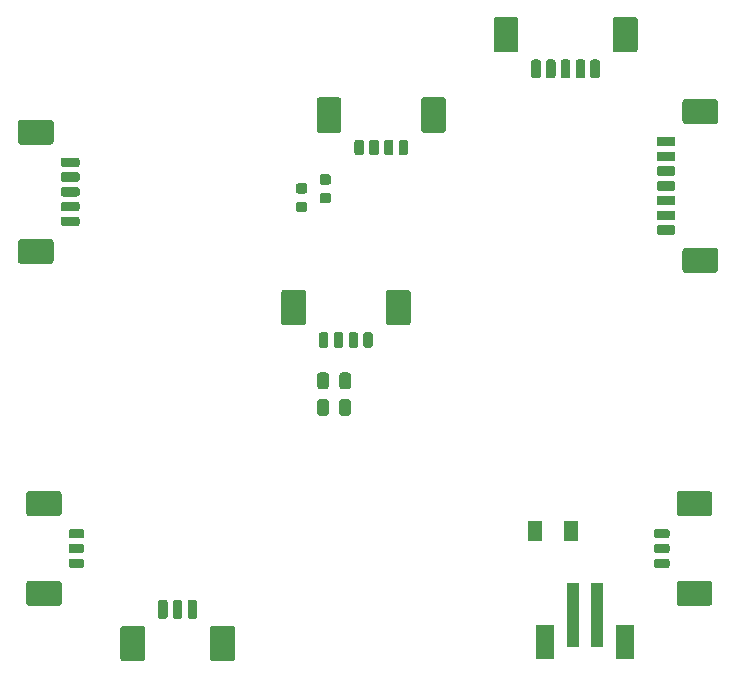
<source format=gbr>
G04 #@! TF.GenerationSoftware,KiCad,Pcbnew,(5.1.5)-3*
G04 #@! TF.CreationDate,2020-03-19T10:51:44+02:00*
G04 #@! TF.ProjectId,SeamlessVision,5365616d-6c65-4737-9356-6973696f6e2e,rev?*
G04 #@! TF.SameCoordinates,Original*
G04 #@! TF.FileFunction,Paste,Bot*
G04 #@! TF.FilePolarity,Positive*
%FSLAX46Y46*%
G04 Gerber Fmt 4.6, Leading zero omitted, Abs format (unit mm)*
G04 Created by KiCad (PCBNEW (5.1.5)-3) date 2020-03-19 10:51:44*
%MOMM*%
%LPD*%
G04 APERTURE LIST*
%ADD10C,0.100000*%
%ADD11R,1.170000X1.820000*%
%ADD12R,1.600000X3.000000*%
%ADD13R,1.000000X5.500000*%
G04 APERTURE END LIST*
D10*
G36*
X94969603Y-104850963D02*
G01*
X94989018Y-104853843D01*
X95008057Y-104858612D01*
X95026537Y-104865224D01*
X95044279Y-104873616D01*
X95061114Y-104883706D01*
X95076879Y-104895398D01*
X95091421Y-104908579D01*
X95104602Y-104923121D01*
X95116294Y-104938886D01*
X95126384Y-104955721D01*
X95134776Y-104973463D01*
X95141388Y-104991943D01*
X95146157Y-105010982D01*
X95149037Y-105030397D01*
X95150000Y-105050000D01*
X95150000Y-105450000D01*
X95149037Y-105469603D01*
X95146157Y-105489018D01*
X95141388Y-105508057D01*
X95134776Y-105526537D01*
X95126384Y-105544279D01*
X95116294Y-105561114D01*
X95104602Y-105576879D01*
X95091421Y-105591421D01*
X95076879Y-105604602D01*
X95061114Y-105616294D01*
X95044279Y-105626384D01*
X95026537Y-105634776D01*
X95008057Y-105641388D01*
X94989018Y-105646157D01*
X94969603Y-105649037D01*
X94950000Y-105650000D01*
X93750000Y-105650000D01*
X93730397Y-105649037D01*
X93710982Y-105646157D01*
X93691943Y-105641388D01*
X93673463Y-105634776D01*
X93655721Y-105626384D01*
X93638886Y-105616294D01*
X93623121Y-105604602D01*
X93608579Y-105591421D01*
X93595398Y-105576879D01*
X93583706Y-105561114D01*
X93573616Y-105544279D01*
X93565224Y-105526537D01*
X93558612Y-105508057D01*
X93553843Y-105489018D01*
X93550963Y-105469603D01*
X93550000Y-105450000D01*
X93550000Y-105050000D01*
X93550963Y-105030397D01*
X93553843Y-105010982D01*
X93558612Y-104991943D01*
X93565224Y-104973463D01*
X93573616Y-104955721D01*
X93583706Y-104938886D01*
X93595398Y-104923121D01*
X93608579Y-104908579D01*
X93623121Y-104895398D01*
X93638886Y-104883706D01*
X93655721Y-104873616D01*
X93673463Y-104865224D01*
X93691943Y-104858612D01*
X93710982Y-104853843D01*
X93730397Y-104850963D01*
X93750000Y-104850000D01*
X94950000Y-104850000D01*
X94969603Y-104850963D01*
G37*
G36*
X94969603Y-106100963D02*
G01*
X94989018Y-106103843D01*
X95008057Y-106108612D01*
X95026537Y-106115224D01*
X95044279Y-106123616D01*
X95061114Y-106133706D01*
X95076879Y-106145398D01*
X95091421Y-106158579D01*
X95104602Y-106173121D01*
X95116294Y-106188886D01*
X95126384Y-106205721D01*
X95134776Y-106223463D01*
X95141388Y-106241943D01*
X95146157Y-106260982D01*
X95149037Y-106280397D01*
X95150000Y-106300000D01*
X95150000Y-106700000D01*
X95149037Y-106719603D01*
X95146157Y-106739018D01*
X95141388Y-106758057D01*
X95134776Y-106776537D01*
X95126384Y-106794279D01*
X95116294Y-106811114D01*
X95104602Y-106826879D01*
X95091421Y-106841421D01*
X95076879Y-106854602D01*
X95061114Y-106866294D01*
X95044279Y-106876384D01*
X95026537Y-106884776D01*
X95008057Y-106891388D01*
X94989018Y-106896157D01*
X94969603Y-106899037D01*
X94950000Y-106900000D01*
X93750000Y-106900000D01*
X93730397Y-106899037D01*
X93710982Y-106896157D01*
X93691943Y-106891388D01*
X93673463Y-106884776D01*
X93655721Y-106876384D01*
X93638886Y-106866294D01*
X93623121Y-106854602D01*
X93608579Y-106841421D01*
X93595398Y-106826879D01*
X93583706Y-106811114D01*
X93573616Y-106794279D01*
X93565224Y-106776537D01*
X93558612Y-106758057D01*
X93553843Y-106739018D01*
X93550963Y-106719603D01*
X93550000Y-106700000D01*
X93550000Y-106300000D01*
X93550963Y-106280397D01*
X93553843Y-106260982D01*
X93558612Y-106241943D01*
X93565224Y-106223463D01*
X93573616Y-106205721D01*
X93583706Y-106188886D01*
X93595398Y-106173121D01*
X93608579Y-106158579D01*
X93623121Y-106145398D01*
X93638886Y-106133706D01*
X93655721Y-106123616D01*
X93673463Y-106115224D01*
X93691943Y-106108612D01*
X93710982Y-106103843D01*
X93730397Y-106100963D01*
X93750000Y-106100000D01*
X94950000Y-106100000D01*
X94969603Y-106100963D01*
G37*
G36*
X94969603Y-107350963D02*
G01*
X94989018Y-107353843D01*
X95008057Y-107358612D01*
X95026537Y-107365224D01*
X95044279Y-107373616D01*
X95061114Y-107383706D01*
X95076879Y-107395398D01*
X95091421Y-107408579D01*
X95104602Y-107423121D01*
X95116294Y-107438886D01*
X95126384Y-107455721D01*
X95134776Y-107473463D01*
X95141388Y-107491943D01*
X95146157Y-107510982D01*
X95149037Y-107530397D01*
X95150000Y-107550000D01*
X95150000Y-107950000D01*
X95149037Y-107969603D01*
X95146157Y-107989018D01*
X95141388Y-108008057D01*
X95134776Y-108026537D01*
X95126384Y-108044279D01*
X95116294Y-108061114D01*
X95104602Y-108076879D01*
X95091421Y-108091421D01*
X95076879Y-108104602D01*
X95061114Y-108116294D01*
X95044279Y-108126384D01*
X95026537Y-108134776D01*
X95008057Y-108141388D01*
X94989018Y-108146157D01*
X94969603Y-108149037D01*
X94950000Y-108150000D01*
X93750000Y-108150000D01*
X93730397Y-108149037D01*
X93710982Y-108146157D01*
X93691943Y-108141388D01*
X93673463Y-108134776D01*
X93655721Y-108126384D01*
X93638886Y-108116294D01*
X93623121Y-108104602D01*
X93608579Y-108091421D01*
X93595398Y-108076879D01*
X93583706Y-108061114D01*
X93573616Y-108044279D01*
X93565224Y-108026537D01*
X93558612Y-108008057D01*
X93553843Y-107989018D01*
X93550963Y-107969603D01*
X93550000Y-107950000D01*
X93550000Y-107550000D01*
X93550963Y-107530397D01*
X93553843Y-107510982D01*
X93558612Y-107491943D01*
X93565224Y-107473463D01*
X93573616Y-107455721D01*
X93583706Y-107438886D01*
X93595398Y-107423121D01*
X93608579Y-107408579D01*
X93623121Y-107395398D01*
X93638886Y-107383706D01*
X93655721Y-107373616D01*
X93673463Y-107365224D01*
X93691943Y-107358612D01*
X93710982Y-107353843D01*
X93730397Y-107350963D01*
X93750000Y-107350000D01*
X94950000Y-107350000D01*
X94969603Y-107350963D01*
G37*
G36*
X94969603Y-108600963D02*
G01*
X94989018Y-108603843D01*
X95008057Y-108608612D01*
X95026537Y-108615224D01*
X95044279Y-108623616D01*
X95061114Y-108633706D01*
X95076879Y-108645398D01*
X95091421Y-108658579D01*
X95104602Y-108673121D01*
X95116294Y-108688886D01*
X95126384Y-108705721D01*
X95134776Y-108723463D01*
X95141388Y-108741943D01*
X95146157Y-108760982D01*
X95149037Y-108780397D01*
X95150000Y-108800000D01*
X95150000Y-109200000D01*
X95149037Y-109219603D01*
X95146157Y-109239018D01*
X95141388Y-109258057D01*
X95134776Y-109276537D01*
X95126384Y-109294279D01*
X95116294Y-109311114D01*
X95104602Y-109326879D01*
X95091421Y-109341421D01*
X95076879Y-109354602D01*
X95061114Y-109366294D01*
X95044279Y-109376384D01*
X95026537Y-109384776D01*
X95008057Y-109391388D01*
X94989018Y-109396157D01*
X94969603Y-109399037D01*
X94950000Y-109400000D01*
X93750000Y-109400000D01*
X93730397Y-109399037D01*
X93710982Y-109396157D01*
X93691943Y-109391388D01*
X93673463Y-109384776D01*
X93655721Y-109376384D01*
X93638886Y-109366294D01*
X93623121Y-109354602D01*
X93608579Y-109341421D01*
X93595398Y-109326879D01*
X93583706Y-109311114D01*
X93573616Y-109294279D01*
X93565224Y-109276537D01*
X93558612Y-109258057D01*
X93553843Y-109239018D01*
X93550963Y-109219603D01*
X93550000Y-109200000D01*
X93550000Y-108800000D01*
X93550963Y-108780397D01*
X93553843Y-108760982D01*
X93558612Y-108741943D01*
X93565224Y-108723463D01*
X93573616Y-108705721D01*
X93583706Y-108688886D01*
X93595398Y-108673121D01*
X93608579Y-108658579D01*
X93623121Y-108645398D01*
X93638886Y-108633706D01*
X93655721Y-108623616D01*
X93673463Y-108615224D01*
X93691943Y-108608612D01*
X93710982Y-108603843D01*
X93730397Y-108600963D01*
X93750000Y-108600000D01*
X94950000Y-108600000D01*
X94969603Y-108600963D01*
G37*
G36*
X94969603Y-109850963D02*
G01*
X94989018Y-109853843D01*
X95008057Y-109858612D01*
X95026537Y-109865224D01*
X95044279Y-109873616D01*
X95061114Y-109883706D01*
X95076879Y-109895398D01*
X95091421Y-109908579D01*
X95104602Y-109923121D01*
X95116294Y-109938886D01*
X95126384Y-109955721D01*
X95134776Y-109973463D01*
X95141388Y-109991943D01*
X95146157Y-110010982D01*
X95149037Y-110030397D01*
X95150000Y-110050000D01*
X95150000Y-110450000D01*
X95149037Y-110469603D01*
X95146157Y-110489018D01*
X95141388Y-110508057D01*
X95134776Y-110526537D01*
X95126384Y-110544279D01*
X95116294Y-110561114D01*
X95104602Y-110576879D01*
X95091421Y-110591421D01*
X95076879Y-110604602D01*
X95061114Y-110616294D01*
X95044279Y-110626384D01*
X95026537Y-110634776D01*
X95008057Y-110641388D01*
X94989018Y-110646157D01*
X94969603Y-110649037D01*
X94950000Y-110650000D01*
X93750000Y-110650000D01*
X93730397Y-110649037D01*
X93710982Y-110646157D01*
X93691943Y-110641388D01*
X93673463Y-110634776D01*
X93655721Y-110626384D01*
X93638886Y-110616294D01*
X93623121Y-110604602D01*
X93608579Y-110591421D01*
X93595398Y-110576879D01*
X93583706Y-110561114D01*
X93573616Y-110544279D01*
X93565224Y-110526537D01*
X93558612Y-110508057D01*
X93553843Y-110489018D01*
X93550963Y-110469603D01*
X93550000Y-110450000D01*
X93550000Y-110050000D01*
X93550963Y-110030397D01*
X93553843Y-110010982D01*
X93558612Y-109991943D01*
X93565224Y-109973463D01*
X93573616Y-109955721D01*
X93583706Y-109938886D01*
X93595398Y-109923121D01*
X93608579Y-109908579D01*
X93623121Y-109895398D01*
X93638886Y-109883706D01*
X93655721Y-109873616D01*
X93673463Y-109865224D01*
X93691943Y-109858612D01*
X93710982Y-109853843D01*
X93730397Y-109850963D01*
X93750000Y-109850000D01*
X94950000Y-109850000D01*
X94969603Y-109850963D01*
G37*
G36*
X94969603Y-111100963D02*
G01*
X94989018Y-111103843D01*
X95008057Y-111108612D01*
X95026537Y-111115224D01*
X95044279Y-111123616D01*
X95061114Y-111133706D01*
X95076879Y-111145398D01*
X95091421Y-111158579D01*
X95104602Y-111173121D01*
X95116294Y-111188886D01*
X95126384Y-111205721D01*
X95134776Y-111223463D01*
X95141388Y-111241943D01*
X95146157Y-111260982D01*
X95149037Y-111280397D01*
X95150000Y-111300000D01*
X95150000Y-111700000D01*
X95149037Y-111719603D01*
X95146157Y-111739018D01*
X95141388Y-111758057D01*
X95134776Y-111776537D01*
X95126384Y-111794279D01*
X95116294Y-111811114D01*
X95104602Y-111826879D01*
X95091421Y-111841421D01*
X95076879Y-111854602D01*
X95061114Y-111866294D01*
X95044279Y-111876384D01*
X95026537Y-111884776D01*
X95008057Y-111891388D01*
X94989018Y-111896157D01*
X94969603Y-111899037D01*
X94950000Y-111900000D01*
X93750000Y-111900000D01*
X93730397Y-111899037D01*
X93710982Y-111896157D01*
X93691943Y-111891388D01*
X93673463Y-111884776D01*
X93655721Y-111876384D01*
X93638886Y-111866294D01*
X93623121Y-111854602D01*
X93608579Y-111841421D01*
X93595398Y-111826879D01*
X93583706Y-111811114D01*
X93573616Y-111794279D01*
X93565224Y-111776537D01*
X93558612Y-111758057D01*
X93553843Y-111739018D01*
X93550963Y-111719603D01*
X93550000Y-111700000D01*
X93550000Y-111300000D01*
X93550963Y-111280397D01*
X93553843Y-111260982D01*
X93558612Y-111241943D01*
X93565224Y-111223463D01*
X93573616Y-111205721D01*
X93583706Y-111188886D01*
X93595398Y-111173121D01*
X93608579Y-111158579D01*
X93623121Y-111145398D01*
X93638886Y-111133706D01*
X93655721Y-111123616D01*
X93673463Y-111115224D01*
X93691943Y-111108612D01*
X93710982Y-111103843D01*
X93730397Y-111100963D01*
X93750000Y-111100000D01*
X94950000Y-111100000D01*
X94969603Y-111100963D01*
G37*
G36*
X94969603Y-112350963D02*
G01*
X94989018Y-112353843D01*
X95008057Y-112358612D01*
X95026537Y-112365224D01*
X95044279Y-112373616D01*
X95061114Y-112383706D01*
X95076879Y-112395398D01*
X95091421Y-112408579D01*
X95104602Y-112423121D01*
X95116294Y-112438886D01*
X95126384Y-112455721D01*
X95134776Y-112473463D01*
X95141388Y-112491943D01*
X95146157Y-112510982D01*
X95149037Y-112530397D01*
X95150000Y-112550000D01*
X95150000Y-112950000D01*
X95149037Y-112969603D01*
X95146157Y-112989018D01*
X95141388Y-113008057D01*
X95134776Y-113026537D01*
X95126384Y-113044279D01*
X95116294Y-113061114D01*
X95104602Y-113076879D01*
X95091421Y-113091421D01*
X95076879Y-113104602D01*
X95061114Y-113116294D01*
X95044279Y-113126384D01*
X95026537Y-113134776D01*
X95008057Y-113141388D01*
X94989018Y-113146157D01*
X94969603Y-113149037D01*
X94950000Y-113150000D01*
X93750000Y-113150000D01*
X93730397Y-113149037D01*
X93710982Y-113146157D01*
X93691943Y-113141388D01*
X93673463Y-113134776D01*
X93655721Y-113126384D01*
X93638886Y-113116294D01*
X93623121Y-113104602D01*
X93608579Y-113091421D01*
X93595398Y-113076879D01*
X93583706Y-113061114D01*
X93573616Y-113044279D01*
X93565224Y-113026537D01*
X93558612Y-113008057D01*
X93553843Y-112989018D01*
X93550963Y-112969603D01*
X93550000Y-112950000D01*
X93550000Y-112550000D01*
X93550963Y-112530397D01*
X93553843Y-112510982D01*
X93558612Y-112491943D01*
X93565224Y-112473463D01*
X93573616Y-112455721D01*
X93583706Y-112438886D01*
X93595398Y-112423121D01*
X93608579Y-112408579D01*
X93623121Y-112395398D01*
X93638886Y-112383706D01*
X93655721Y-112373616D01*
X93673463Y-112365224D01*
X93691943Y-112358612D01*
X93710982Y-112353843D01*
X93730397Y-112350963D01*
X93750000Y-112350000D01*
X94950000Y-112350000D01*
X94969603Y-112350963D01*
G37*
G36*
X98524504Y-101651204D02*
G01*
X98548773Y-101654804D01*
X98572571Y-101660765D01*
X98595671Y-101669030D01*
X98617849Y-101679520D01*
X98638893Y-101692133D01*
X98658598Y-101706747D01*
X98676777Y-101723223D01*
X98693253Y-101741402D01*
X98707867Y-101761107D01*
X98720480Y-101782151D01*
X98730970Y-101804329D01*
X98739235Y-101827429D01*
X98745196Y-101851227D01*
X98748796Y-101875496D01*
X98750000Y-101900000D01*
X98750000Y-103500000D01*
X98748796Y-103524504D01*
X98745196Y-103548773D01*
X98739235Y-103572571D01*
X98730970Y-103595671D01*
X98720480Y-103617849D01*
X98707867Y-103638893D01*
X98693253Y-103658598D01*
X98676777Y-103676777D01*
X98658598Y-103693253D01*
X98638893Y-103707867D01*
X98617849Y-103720480D01*
X98595671Y-103730970D01*
X98572571Y-103739235D01*
X98548773Y-103745196D01*
X98524504Y-103748796D01*
X98500000Y-103750000D01*
X96000000Y-103750000D01*
X95975496Y-103748796D01*
X95951227Y-103745196D01*
X95927429Y-103739235D01*
X95904329Y-103730970D01*
X95882151Y-103720480D01*
X95861107Y-103707867D01*
X95841402Y-103693253D01*
X95823223Y-103676777D01*
X95806747Y-103658598D01*
X95792133Y-103638893D01*
X95779520Y-103617849D01*
X95769030Y-103595671D01*
X95760765Y-103572571D01*
X95754804Y-103548773D01*
X95751204Y-103524504D01*
X95750000Y-103500000D01*
X95750000Y-101900000D01*
X95751204Y-101875496D01*
X95754804Y-101851227D01*
X95760765Y-101827429D01*
X95769030Y-101804329D01*
X95779520Y-101782151D01*
X95792133Y-101761107D01*
X95806747Y-101741402D01*
X95823223Y-101723223D01*
X95841402Y-101706747D01*
X95861107Y-101692133D01*
X95882151Y-101679520D01*
X95904329Y-101669030D01*
X95927429Y-101660765D01*
X95951227Y-101654804D01*
X95975496Y-101651204D01*
X96000000Y-101650000D01*
X98500000Y-101650000D01*
X98524504Y-101651204D01*
G37*
G36*
X98524504Y-114251204D02*
G01*
X98548773Y-114254804D01*
X98572571Y-114260765D01*
X98595671Y-114269030D01*
X98617849Y-114279520D01*
X98638893Y-114292133D01*
X98658598Y-114306747D01*
X98676777Y-114323223D01*
X98693253Y-114341402D01*
X98707867Y-114361107D01*
X98720480Y-114382151D01*
X98730970Y-114404329D01*
X98739235Y-114427429D01*
X98745196Y-114451227D01*
X98748796Y-114475496D01*
X98750000Y-114500000D01*
X98750000Y-116100000D01*
X98748796Y-116124504D01*
X98745196Y-116148773D01*
X98739235Y-116172571D01*
X98730970Y-116195671D01*
X98720480Y-116217849D01*
X98707867Y-116238893D01*
X98693253Y-116258598D01*
X98676777Y-116276777D01*
X98658598Y-116293253D01*
X98638893Y-116307867D01*
X98617849Y-116320480D01*
X98595671Y-116330970D01*
X98572571Y-116339235D01*
X98548773Y-116345196D01*
X98524504Y-116348796D01*
X98500000Y-116350000D01*
X96000000Y-116350000D01*
X95975496Y-116348796D01*
X95951227Y-116345196D01*
X95927429Y-116339235D01*
X95904329Y-116330970D01*
X95882151Y-116320480D01*
X95861107Y-116307867D01*
X95841402Y-116293253D01*
X95823223Y-116276777D01*
X95806747Y-116258598D01*
X95792133Y-116238893D01*
X95779520Y-116217849D01*
X95769030Y-116195671D01*
X95760765Y-116172571D01*
X95754804Y-116148773D01*
X95751204Y-116124504D01*
X95750000Y-116100000D01*
X95750000Y-114500000D01*
X95751204Y-114475496D01*
X95754804Y-114451227D01*
X95760765Y-114427429D01*
X95769030Y-114404329D01*
X95779520Y-114382151D01*
X95792133Y-114361107D01*
X95806747Y-114341402D01*
X95823223Y-114323223D01*
X95841402Y-114306747D01*
X95861107Y-114292133D01*
X95882151Y-114279520D01*
X95904329Y-114269030D01*
X95927429Y-114260765D01*
X95951227Y-114254804D01*
X95975496Y-114251204D01*
X96000000Y-114250000D01*
X98500000Y-114250000D01*
X98524504Y-114251204D01*
G37*
G36*
X65580142Y-127051174D02*
G01*
X65603803Y-127054684D01*
X65627007Y-127060496D01*
X65649529Y-127068554D01*
X65671153Y-127078782D01*
X65691670Y-127091079D01*
X65710883Y-127105329D01*
X65728607Y-127121393D01*
X65744671Y-127139117D01*
X65758921Y-127158330D01*
X65771218Y-127178847D01*
X65781446Y-127200471D01*
X65789504Y-127222993D01*
X65795316Y-127246197D01*
X65798826Y-127269858D01*
X65800000Y-127293750D01*
X65800000Y-128206250D01*
X65798826Y-128230142D01*
X65795316Y-128253803D01*
X65789504Y-128277007D01*
X65781446Y-128299529D01*
X65771218Y-128321153D01*
X65758921Y-128341670D01*
X65744671Y-128360883D01*
X65728607Y-128378607D01*
X65710883Y-128394671D01*
X65691670Y-128408921D01*
X65671153Y-128421218D01*
X65649529Y-128431446D01*
X65627007Y-128439504D01*
X65603803Y-128445316D01*
X65580142Y-128448826D01*
X65556250Y-128450000D01*
X65068750Y-128450000D01*
X65044858Y-128448826D01*
X65021197Y-128445316D01*
X64997993Y-128439504D01*
X64975471Y-128431446D01*
X64953847Y-128421218D01*
X64933330Y-128408921D01*
X64914117Y-128394671D01*
X64896393Y-128378607D01*
X64880329Y-128360883D01*
X64866079Y-128341670D01*
X64853782Y-128321153D01*
X64843554Y-128299529D01*
X64835496Y-128277007D01*
X64829684Y-128253803D01*
X64826174Y-128230142D01*
X64825000Y-128206250D01*
X64825000Y-127293750D01*
X64826174Y-127269858D01*
X64829684Y-127246197D01*
X64835496Y-127222993D01*
X64843554Y-127200471D01*
X64853782Y-127178847D01*
X64866079Y-127158330D01*
X64880329Y-127139117D01*
X64896393Y-127121393D01*
X64914117Y-127105329D01*
X64933330Y-127091079D01*
X64953847Y-127078782D01*
X64975471Y-127068554D01*
X64997993Y-127060496D01*
X65021197Y-127054684D01*
X65044858Y-127051174D01*
X65068750Y-127050000D01*
X65556250Y-127050000D01*
X65580142Y-127051174D01*
G37*
G36*
X67455142Y-127051174D02*
G01*
X67478803Y-127054684D01*
X67502007Y-127060496D01*
X67524529Y-127068554D01*
X67546153Y-127078782D01*
X67566670Y-127091079D01*
X67585883Y-127105329D01*
X67603607Y-127121393D01*
X67619671Y-127139117D01*
X67633921Y-127158330D01*
X67646218Y-127178847D01*
X67656446Y-127200471D01*
X67664504Y-127222993D01*
X67670316Y-127246197D01*
X67673826Y-127269858D01*
X67675000Y-127293750D01*
X67675000Y-128206250D01*
X67673826Y-128230142D01*
X67670316Y-128253803D01*
X67664504Y-128277007D01*
X67656446Y-128299529D01*
X67646218Y-128321153D01*
X67633921Y-128341670D01*
X67619671Y-128360883D01*
X67603607Y-128378607D01*
X67585883Y-128394671D01*
X67566670Y-128408921D01*
X67546153Y-128421218D01*
X67524529Y-128431446D01*
X67502007Y-128439504D01*
X67478803Y-128445316D01*
X67455142Y-128448826D01*
X67431250Y-128450000D01*
X66943750Y-128450000D01*
X66919858Y-128448826D01*
X66896197Y-128445316D01*
X66872993Y-128439504D01*
X66850471Y-128431446D01*
X66828847Y-128421218D01*
X66808330Y-128408921D01*
X66789117Y-128394671D01*
X66771393Y-128378607D01*
X66755329Y-128360883D01*
X66741079Y-128341670D01*
X66728782Y-128321153D01*
X66718554Y-128299529D01*
X66710496Y-128277007D01*
X66704684Y-128253803D01*
X66701174Y-128230142D01*
X66700000Y-128206250D01*
X66700000Y-127293750D01*
X66701174Y-127269858D01*
X66704684Y-127246197D01*
X66710496Y-127222993D01*
X66718554Y-127200471D01*
X66728782Y-127178847D01*
X66741079Y-127158330D01*
X66755329Y-127139117D01*
X66771393Y-127121393D01*
X66789117Y-127105329D01*
X66808330Y-127091079D01*
X66828847Y-127078782D01*
X66850471Y-127068554D01*
X66872993Y-127060496D01*
X66896197Y-127054684D01*
X66919858Y-127051174D01*
X66943750Y-127050000D01*
X67431250Y-127050000D01*
X67455142Y-127051174D01*
G37*
G36*
X67455142Y-124801174D02*
G01*
X67478803Y-124804684D01*
X67502007Y-124810496D01*
X67524529Y-124818554D01*
X67546153Y-124828782D01*
X67566670Y-124841079D01*
X67585883Y-124855329D01*
X67603607Y-124871393D01*
X67619671Y-124889117D01*
X67633921Y-124908330D01*
X67646218Y-124928847D01*
X67656446Y-124950471D01*
X67664504Y-124972993D01*
X67670316Y-124996197D01*
X67673826Y-125019858D01*
X67675000Y-125043750D01*
X67675000Y-125956250D01*
X67673826Y-125980142D01*
X67670316Y-126003803D01*
X67664504Y-126027007D01*
X67656446Y-126049529D01*
X67646218Y-126071153D01*
X67633921Y-126091670D01*
X67619671Y-126110883D01*
X67603607Y-126128607D01*
X67585883Y-126144671D01*
X67566670Y-126158921D01*
X67546153Y-126171218D01*
X67524529Y-126181446D01*
X67502007Y-126189504D01*
X67478803Y-126195316D01*
X67455142Y-126198826D01*
X67431250Y-126200000D01*
X66943750Y-126200000D01*
X66919858Y-126198826D01*
X66896197Y-126195316D01*
X66872993Y-126189504D01*
X66850471Y-126181446D01*
X66828847Y-126171218D01*
X66808330Y-126158921D01*
X66789117Y-126144671D01*
X66771393Y-126128607D01*
X66755329Y-126110883D01*
X66741079Y-126091670D01*
X66728782Y-126071153D01*
X66718554Y-126049529D01*
X66710496Y-126027007D01*
X66704684Y-126003803D01*
X66701174Y-125980142D01*
X66700000Y-125956250D01*
X66700000Y-125043750D01*
X66701174Y-125019858D01*
X66704684Y-124996197D01*
X66710496Y-124972993D01*
X66718554Y-124950471D01*
X66728782Y-124928847D01*
X66741079Y-124908330D01*
X66755329Y-124889117D01*
X66771393Y-124871393D01*
X66789117Y-124855329D01*
X66808330Y-124841079D01*
X66828847Y-124828782D01*
X66850471Y-124818554D01*
X66872993Y-124810496D01*
X66896197Y-124804684D01*
X66919858Y-124801174D01*
X66943750Y-124800000D01*
X67431250Y-124800000D01*
X67455142Y-124801174D01*
G37*
G36*
X65580142Y-124801174D02*
G01*
X65603803Y-124804684D01*
X65627007Y-124810496D01*
X65649529Y-124818554D01*
X65671153Y-124828782D01*
X65691670Y-124841079D01*
X65710883Y-124855329D01*
X65728607Y-124871393D01*
X65744671Y-124889117D01*
X65758921Y-124908330D01*
X65771218Y-124928847D01*
X65781446Y-124950471D01*
X65789504Y-124972993D01*
X65795316Y-124996197D01*
X65798826Y-125019858D01*
X65800000Y-125043750D01*
X65800000Y-125956250D01*
X65798826Y-125980142D01*
X65795316Y-126003803D01*
X65789504Y-126027007D01*
X65781446Y-126049529D01*
X65771218Y-126071153D01*
X65758921Y-126091670D01*
X65744671Y-126110883D01*
X65728607Y-126128607D01*
X65710883Y-126144671D01*
X65691670Y-126158921D01*
X65671153Y-126171218D01*
X65649529Y-126181446D01*
X65627007Y-126189504D01*
X65603803Y-126195316D01*
X65580142Y-126198826D01*
X65556250Y-126200000D01*
X65068750Y-126200000D01*
X65044858Y-126198826D01*
X65021197Y-126195316D01*
X64997993Y-126189504D01*
X64975471Y-126181446D01*
X64953847Y-126171218D01*
X64933330Y-126158921D01*
X64914117Y-126144671D01*
X64896393Y-126128607D01*
X64880329Y-126110883D01*
X64866079Y-126091670D01*
X64853782Y-126071153D01*
X64843554Y-126049529D01*
X64835496Y-126027007D01*
X64829684Y-126003803D01*
X64826174Y-125980142D01*
X64825000Y-125956250D01*
X64825000Y-125043750D01*
X64826174Y-125019858D01*
X64829684Y-124996197D01*
X64835496Y-124972993D01*
X64843554Y-124950471D01*
X64853782Y-124928847D01*
X64866079Y-124908330D01*
X64880329Y-124889117D01*
X64896393Y-124871393D01*
X64914117Y-124855329D01*
X64933330Y-124841079D01*
X64953847Y-124828782D01*
X64975471Y-124818554D01*
X64997993Y-124810496D01*
X65021197Y-124804684D01*
X65044858Y-124801174D01*
X65068750Y-124800000D01*
X65556250Y-124800000D01*
X65580142Y-124801174D01*
G37*
G36*
X65777691Y-108026053D02*
G01*
X65798926Y-108029203D01*
X65819750Y-108034419D01*
X65839962Y-108041651D01*
X65859368Y-108050830D01*
X65877781Y-108061866D01*
X65895024Y-108074654D01*
X65910930Y-108089070D01*
X65925346Y-108104976D01*
X65938134Y-108122219D01*
X65949170Y-108140632D01*
X65958349Y-108160038D01*
X65965581Y-108180250D01*
X65970797Y-108201074D01*
X65973947Y-108222309D01*
X65975000Y-108243750D01*
X65975000Y-108681250D01*
X65973947Y-108702691D01*
X65970797Y-108723926D01*
X65965581Y-108744750D01*
X65958349Y-108764962D01*
X65949170Y-108784368D01*
X65938134Y-108802781D01*
X65925346Y-108820024D01*
X65910930Y-108835930D01*
X65895024Y-108850346D01*
X65877781Y-108863134D01*
X65859368Y-108874170D01*
X65839962Y-108883349D01*
X65819750Y-108890581D01*
X65798926Y-108895797D01*
X65777691Y-108898947D01*
X65756250Y-108900000D01*
X65243750Y-108900000D01*
X65222309Y-108898947D01*
X65201074Y-108895797D01*
X65180250Y-108890581D01*
X65160038Y-108883349D01*
X65140632Y-108874170D01*
X65122219Y-108863134D01*
X65104976Y-108850346D01*
X65089070Y-108835930D01*
X65074654Y-108820024D01*
X65061866Y-108802781D01*
X65050830Y-108784368D01*
X65041651Y-108764962D01*
X65034419Y-108744750D01*
X65029203Y-108723926D01*
X65026053Y-108702691D01*
X65025000Y-108681250D01*
X65025000Y-108243750D01*
X65026053Y-108222309D01*
X65029203Y-108201074D01*
X65034419Y-108180250D01*
X65041651Y-108160038D01*
X65050830Y-108140632D01*
X65061866Y-108122219D01*
X65074654Y-108104976D01*
X65089070Y-108089070D01*
X65104976Y-108074654D01*
X65122219Y-108061866D01*
X65140632Y-108050830D01*
X65160038Y-108041651D01*
X65180250Y-108034419D01*
X65201074Y-108029203D01*
X65222309Y-108026053D01*
X65243750Y-108025000D01*
X65756250Y-108025000D01*
X65777691Y-108026053D01*
G37*
G36*
X65777691Y-109601053D02*
G01*
X65798926Y-109604203D01*
X65819750Y-109609419D01*
X65839962Y-109616651D01*
X65859368Y-109625830D01*
X65877781Y-109636866D01*
X65895024Y-109649654D01*
X65910930Y-109664070D01*
X65925346Y-109679976D01*
X65938134Y-109697219D01*
X65949170Y-109715632D01*
X65958349Y-109735038D01*
X65965581Y-109755250D01*
X65970797Y-109776074D01*
X65973947Y-109797309D01*
X65975000Y-109818750D01*
X65975000Y-110256250D01*
X65973947Y-110277691D01*
X65970797Y-110298926D01*
X65965581Y-110319750D01*
X65958349Y-110339962D01*
X65949170Y-110359368D01*
X65938134Y-110377781D01*
X65925346Y-110395024D01*
X65910930Y-110410930D01*
X65895024Y-110425346D01*
X65877781Y-110438134D01*
X65859368Y-110449170D01*
X65839962Y-110458349D01*
X65819750Y-110465581D01*
X65798926Y-110470797D01*
X65777691Y-110473947D01*
X65756250Y-110475000D01*
X65243750Y-110475000D01*
X65222309Y-110473947D01*
X65201074Y-110470797D01*
X65180250Y-110465581D01*
X65160038Y-110458349D01*
X65140632Y-110449170D01*
X65122219Y-110438134D01*
X65104976Y-110425346D01*
X65089070Y-110410930D01*
X65074654Y-110395024D01*
X65061866Y-110377781D01*
X65050830Y-110359368D01*
X65041651Y-110339962D01*
X65034419Y-110319750D01*
X65029203Y-110298926D01*
X65026053Y-110277691D01*
X65025000Y-110256250D01*
X65025000Y-109818750D01*
X65026053Y-109797309D01*
X65029203Y-109776074D01*
X65034419Y-109755250D01*
X65041651Y-109735038D01*
X65050830Y-109715632D01*
X65061866Y-109697219D01*
X65074654Y-109679976D01*
X65089070Y-109664070D01*
X65104976Y-109649654D01*
X65122219Y-109636866D01*
X65140632Y-109625830D01*
X65160038Y-109616651D01*
X65180250Y-109609419D01*
X65201074Y-109604203D01*
X65222309Y-109601053D01*
X65243750Y-109600000D01*
X65756250Y-109600000D01*
X65777691Y-109601053D01*
G37*
G36*
X63777691Y-108776053D02*
G01*
X63798926Y-108779203D01*
X63819750Y-108784419D01*
X63839962Y-108791651D01*
X63859368Y-108800830D01*
X63877781Y-108811866D01*
X63895024Y-108824654D01*
X63910930Y-108839070D01*
X63925346Y-108854976D01*
X63938134Y-108872219D01*
X63949170Y-108890632D01*
X63958349Y-108910038D01*
X63965581Y-108930250D01*
X63970797Y-108951074D01*
X63973947Y-108972309D01*
X63975000Y-108993750D01*
X63975000Y-109431250D01*
X63973947Y-109452691D01*
X63970797Y-109473926D01*
X63965581Y-109494750D01*
X63958349Y-109514962D01*
X63949170Y-109534368D01*
X63938134Y-109552781D01*
X63925346Y-109570024D01*
X63910930Y-109585930D01*
X63895024Y-109600346D01*
X63877781Y-109613134D01*
X63859368Y-109624170D01*
X63839962Y-109633349D01*
X63819750Y-109640581D01*
X63798926Y-109645797D01*
X63777691Y-109648947D01*
X63756250Y-109650000D01*
X63243750Y-109650000D01*
X63222309Y-109648947D01*
X63201074Y-109645797D01*
X63180250Y-109640581D01*
X63160038Y-109633349D01*
X63140632Y-109624170D01*
X63122219Y-109613134D01*
X63104976Y-109600346D01*
X63089070Y-109585930D01*
X63074654Y-109570024D01*
X63061866Y-109552781D01*
X63050830Y-109534368D01*
X63041651Y-109514962D01*
X63034419Y-109494750D01*
X63029203Y-109473926D01*
X63026053Y-109452691D01*
X63025000Y-109431250D01*
X63025000Y-108993750D01*
X63026053Y-108972309D01*
X63029203Y-108951074D01*
X63034419Y-108930250D01*
X63041651Y-108910038D01*
X63050830Y-108890632D01*
X63061866Y-108872219D01*
X63074654Y-108854976D01*
X63089070Y-108839070D01*
X63104976Y-108824654D01*
X63122219Y-108811866D01*
X63140632Y-108800830D01*
X63160038Y-108791651D01*
X63180250Y-108784419D01*
X63201074Y-108779203D01*
X63222309Y-108776053D01*
X63243750Y-108775000D01*
X63756250Y-108775000D01*
X63777691Y-108776053D01*
G37*
G36*
X63777691Y-110351053D02*
G01*
X63798926Y-110354203D01*
X63819750Y-110359419D01*
X63839962Y-110366651D01*
X63859368Y-110375830D01*
X63877781Y-110386866D01*
X63895024Y-110399654D01*
X63910930Y-110414070D01*
X63925346Y-110429976D01*
X63938134Y-110447219D01*
X63949170Y-110465632D01*
X63958349Y-110485038D01*
X63965581Y-110505250D01*
X63970797Y-110526074D01*
X63973947Y-110547309D01*
X63975000Y-110568750D01*
X63975000Y-111006250D01*
X63973947Y-111027691D01*
X63970797Y-111048926D01*
X63965581Y-111069750D01*
X63958349Y-111089962D01*
X63949170Y-111109368D01*
X63938134Y-111127781D01*
X63925346Y-111145024D01*
X63910930Y-111160930D01*
X63895024Y-111175346D01*
X63877781Y-111188134D01*
X63859368Y-111199170D01*
X63839962Y-111208349D01*
X63819750Y-111215581D01*
X63798926Y-111220797D01*
X63777691Y-111223947D01*
X63756250Y-111225000D01*
X63243750Y-111225000D01*
X63222309Y-111223947D01*
X63201074Y-111220797D01*
X63180250Y-111215581D01*
X63160038Y-111208349D01*
X63140632Y-111199170D01*
X63122219Y-111188134D01*
X63104976Y-111175346D01*
X63089070Y-111160930D01*
X63074654Y-111145024D01*
X63061866Y-111127781D01*
X63050830Y-111109368D01*
X63041651Y-111089962D01*
X63034419Y-111069750D01*
X63029203Y-111048926D01*
X63026053Y-111027691D01*
X63025000Y-111006250D01*
X63025000Y-110568750D01*
X63026053Y-110547309D01*
X63029203Y-110526074D01*
X63034419Y-110505250D01*
X63041651Y-110485038D01*
X63050830Y-110465632D01*
X63061866Y-110447219D01*
X63074654Y-110429976D01*
X63089070Y-110414070D01*
X63104976Y-110399654D01*
X63122219Y-110386866D01*
X63140632Y-110375830D01*
X63160038Y-110366651D01*
X63180250Y-110359419D01*
X63201074Y-110354203D01*
X63222309Y-110351053D01*
X63243750Y-110350000D01*
X63756250Y-110350000D01*
X63777691Y-110351053D01*
G37*
D11*
X83230000Y-138250000D03*
X86270000Y-138250000D03*
D10*
G36*
X44519603Y-111600963D02*
G01*
X44539018Y-111603843D01*
X44558057Y-111608612D01*
X44576537Y-111615224D01*
X44594279Y-111623616D01*
X44611114Y-111633706D01*
X44626879Y-111645398D01*
X44641421Y-111658579D01*
X44654602Y-111673121D01*
X44666294Y-111688886D01*
X44676384Y-111705721D01*
X44684776Y-111723463D01*
X44691388Y-111741943D01*
X44696157Y-111760982D01*
X44699037Y-111780397D01*
X44700000Y-111800000D01*
X44700000Y-112200000D01*
X44699037Y-112219603D01*
X44696157Y-112239018D01*
X44691388Y-112258057D01*
X44684776Y-112276537D01*
X44676384Y-112294279D01*
X44666294Y-112311114D01*
X44654602Y-112326879D01*
X44641421Y-112341421D01*
X44626879Y-112354602D01*
X44611114Y-112366294D01*
X44594279Y-112376384D01*
X44576537Y-112384776D01*
X44558057Y-112391388D01*
X44539018Y-112396157D01*
X44519603Y-112399037D01*
X44500000Y-112400000D01*
X43300000Y-112400000D01*
X43280397Y-112399037D01*
X43260982Y-112396157D01*
X43241943Y-112391388D01*
X43223463Y-112384776D01*
X43205721Y-112376384D01*
X43188886Y-112366294D01*
X43173121Y-112354602D01*
X43158579Y-112341421D01*
X43145398Y-112326879D01*
X43133706Y-112311114D01*
X43123616Y-112294279D01*
X43115224Y-112276537D01*
X43108612Y-112258057D01*
X43103843Y-112239018D01*
X43100963Y-112219603D01*
X43100000Y-112200000D01*
X43100000Y-111800000D01*
X43100963Y-111780397D01*
X43103843Y-111760982D01*
X43108612Y-111741943D01*
X43115224Y-111723463D01*
X43123616Y-111705721D01*
X43133706Y-111688886D01*
X43145398Y-111673121D01*
X43158579Y-111658579D01*
X43173121Y-111645398D01*
X43188886Y-111633706D01*
X43205721Y-111623616D01*
X43223463Y-111615224D01*
X43241943Y-111608612D01*
X43260982Y-111603843D01*
X43280397Y-111600963D01*
X43300000Y-111600000D01*
X44500000Y-111600000D01*
X44519603Y-111600963D01*
G37*
G36*
X44519603Y-110350963D02*
G01*
X44539018Y-110353843D01*
X44558057Y-110358612D01*
X44576537Y-110365224D01*
X44594279Y-110373616D01*
X44611114Y-110383706D01*
X44626879Y-110395398D01*
X44641421Y-110408579D01*
X44654602Y-110423121D01*
X44666294Y-110438886D01*
X44676384Y-110455721D01*
X44684776Y-110473463D01*
X44691388Y-110491943D01*
X44696157Y-110510982D01*
X44699037Y-110530397D01*
X44700000Y-110550000D01*
X44700000Y-110950000D01*
X44699037Y-110969603D01*
X44696157Y-110989018D01*
X44691388Y-111008057D01*
X44684776Y-111026537D01*
X44676384Y-111044279D01*
X44666294Y-111061114D01*
X44654602Y-111076879D01*
X44641421Y-111091421D01*
X44626879Y-111104602D01*
X44611114Y-111116294D01*
X44594279Y-111126384D01*
X44576537Y-111134776D01*
X44558057Y-111141388D01*
X44539018Y-111146157D01*
X44519603Y-111149037D01*
X44500000Y-111150000D01*
X43300000Y-111150000D01*
X43280397Y-111149037D01*
X43260982Y-111146157D01*
X43241943Y-111141388D01*
X43223463Y-111134776D01*
X43205721Y-111126384D01*
X43188886Y-111116294D01*
X43173121Y-111104602D01*
X43158579Y-111091421D01*
X43145398Y-111076879D01*
X43133706Y-111061114D01*
X43123616Y-111044279D01*
X43115224Y-111026537D01*
X43108612Y-111008057D01*
X43103843Y-110989018D01*
X43100963Y-110969603D01*
X43100000Y-110950000D01*
X43100000Y-110550000D01*
X43100963Y-110530397D01*
X43103843Y-110510982D01*
X43108612Y-110491943D01*
X43115224Y-110473463D01*
X43123616Y-110455721D01*
X43133706Y-110438886D01*
X43145398Y-110423121D01*
X43158579Y-110408579D01*
X43173121Y-110395398D01*
X43188886Y-110383706D01*
X43205721Y-110373616D01*
X43223463Y-110365224D01*
X43241943Y-110358612D01*
X43260982Y-110353843D01*
X43280397Y-110350963D01*
X43300000Y-110350000D01*
X44500000Y-110350000D01*
X44519603Y-110350963D01*
G37*
G36*
X44519603Y-109100963D02*
G01*
X44539018Y-109103843D01*
X44558057Y-109108612D01*
X44576537Y-109115224D01*
X44594279Y-109123616D01*
X44611114Y-109133706D01*
X44626879Y-109145398D01*
X44641421Y-109158579D01*
X44654602Y-109173121D01*
X44666294Y-109188886D01*
X44676384Y-109205721D01*
X44684776Y-109223463D01*
X44691388Y-109241943D01*
X44696157Y-109260982D01*
X44699037Y-109280397D01*
X44700000Y-109300000D01*
X44700000Y-109700000D01*
X44699037Y-109719603D01*
X44696157Y-109739018D01*
X44691388Y-109758057D01*
X44684776Y-109776537D01*
X44676384Y-109794279D01*
X44666294Y-109811114D01*
X44654602Y-109826879D01*
X44641421Y-109841421D01*
X44626879Y-109854602D01*
X44611114Y-109866294D01*
X44594279Y-109876384D01*
X44576537Y-109884776D01*
X44558057Y-109891388D01*
X44539018Y-109896157D01*
X44519603Y-109899037D01*
X44500000Y-109900000D01*
X43300000Y-109900000D01*
X43280397Y-109899037D01*
X43260982Y-109896157D01*
X43241943Y-109891388D01*
X43223463Y-109884776D01*
X43205721Y-109876384D01*
X43188886Y-109866294D01*
X43173121Y-109854602D01*
X43158579Y-109841421D01*
X43145398Y-109826879D01*
X43133706Y-109811114D01*
X43123616Y-109794279D01*
X43115224Y-109776537D01*
X43108612Y-109758057D01*
X43103843Y-109739018D01*
X43100963Y-109719603D01*
X43100000Y-109700000D01*
X43100000Y-109300000D01*
X43100963Y-109280397D01*
X43103843Y-109260982D01*
X43108612Y-109241943D01*
X43115224Y-109223463D01*
X43123616Y-109205721D01*
X43133706Y-109188886D01*
X43145398Y-109173121D01*
X43158579Y-109158579D01*
X43173121Y-109145398D01*
X43188886Y-109133706D01*
X43205721Y-109123616D01*
X43223463Y-109115224D01*
X43241943Y-109108612D01*
X43260982Y-109103843D01*
X43280397Y-109100963D01*
X43300000Y-109100000D01*
X44500000Y-109100000D01*
X44519603Y-109100963D01*
G37*
G36*
X44519603Y-107850963D02*
G01*
X44539018Y-107853843D01*
X44558057Y-107858612D01*
X44576537Y-107865224D01*
X44594279Y-107873616D01*
X44611114Y-107883706D01*
X44626879Y-107895398D01*
X44641421Y-107908579D01*
X44654602Y-107923121D01*
X44666294Y-107938886D01*
X44676384Y-107955721D01*
X44684776Y-107973463D01*
X44691388Y-107991943D01*
X44696157Y-108010982D01*
X44699037Y-108030397D01*
X44700000Y-108050000D01*
X44700000Y-108450000D01*
X44699037Y-108469603D01*
X44696157Y-108489018D01*
X44691388Y-108508057D01*
X44684776Y-108526537D01*
X44676384Y-108544279D01*
X44666294Y-108561114D01*
X44654602Y-108576879D01*
X44641421Y-108591421D01*
X44626879Y-108604602D01*
X44611114Y-108616294D01*
X44594279Y-108626384D01*
X44576537Y-108634776D01*
X44558057Y-108641388D01*
X44539018Y-108646157D01*
X44519603Y-108649037D01*
X44500000Y-108650000D01*
X43300000Y-108650000D01*
X43280397Y-108649037D01*
X43260982Y-108646157D01*
X43241943Y-108641388D01*
X43223463Y-108634776D01*
X43205721Y-108626384D01*
X43188886Y-108616294D01*
X43173121Y-108604602D01*
X43158579Y-108591421D01*
X43145398Y-108576879D01*
X43133706Y-108561114D01*
X43123616Y-108544279D01*
X43115224Y-108526537D01*
X43108612Y-108508057D01*
X43103843Y-108489018D01*
X43100963Y-108469603D01*
X43100000Y-108450000D01*
X43100000Y-108050000D01*
X43100963Y-108030397D01*
X43103843Y-108010982D01*
X43108612Y-107991943D01*
X43115224Y-107973463D01*
X43123616Y-107955721D01*
X43133706Y-107938886D01*
X43145398Y-107923121D01*
X43158579Y-107908579D01*
X43173121Y-107895398D01*
X43188886Y-107883706D01*
X43205721Y-107873616D01*
X43223463Y-107865224D01*
X43241943Y-107858612D01*
X43260982Y-107853843D01*
X43280397Y-107850963D01*
X43300000Y-107850000D01*
X44500000Y-107850000D01*
X44519603Y-107850963D01*
G37*
G36*
X44519603Y-106600963D02*
G01*
X44539018Y-106603843D01*
X44558057Y-106608612D01*
X44576537Y-106615224D01*
X44594279Y-106623616D01*
X44611114Y-106633706D01*
X44626879Y-106645398D01*
X44641421Y-106658579D01*
X44654602Y-106673121D01*
X44666294Y-106688886D01*
X44676384Y-106705721D01*
X44684776Y-106723463D01*
X44691388Y-106741943D01*
X44696157Y-106760982D01*
X44699037Y-106780397D01*
X44700000Y-106800000D01*
X44700000Y-107200000D01*
X44699037Y-107219603D01*
X44696157Y-107239018D01*
X44691388Y-107258057D01*
X44684776Y-107276537D01*
X44676384Y-107294279D01*
X44666294Y-107311114D01*
X44654602Y-107326879D01*
X44641421Y-107341421D01*
X44626879Y-107354602D01*
X44611114Y-107366294D01*
X44594279Y-107376384D01*
X44576537Y-107384776D01*
X44558057Y-107391388D01*
X44539018Y-107396157D01*
X44519603Y-107399037D01*
X44500000Y-107400000D01*
X43300000Y-107400000D01*
X43280397Y-107399037D01*
X43260982Y-107396157D01*
X43241943Y-107391388D01*
X43223463Y-107384776D01*
X43205721Y-107376384D01*
X43188886Y-107366294D01*
X43173121Y-107354602D01*
X43158579Y-107341421D01*
X43145398Y-107326879D01*
X43133706Y-107311114D01*
X43123616Y-107294279D01*
X43115224Y-107276537D01*
X43108612Y-107258057D01*
X43103843Y-107239018D01*
X43100963Y-107219603D01*
X43100000Y-107200000D01*
X43100000Y-106800000D01*
X43100963Y-106780397D01*
X43103843Y-106760982D01*
X43108612Y-106741943D01*
X43115224Y-106723463D01*
X43123616Y-106705721D01*
X43133706Y-106688886D01*
X43145398Y-106673121D01*
X43158579Y-106658579D01*
X43173121Y-106645398D01*
X43188886Y-106633706D01*
X43205721Y-106623616D01*
X43223463Y-106615224D01*
X43241943Y-106608612D01*
X43260982Y-106603843D01*
X43280397Y-106600963D01*
X43300000Y-106600000D01*
X44500000Y-106600000D01*
X44519603Y-106600963D01*
G37*
G36*
X42274504Y-113501204D02*
G01*
X42298773Y-113504804D01*
X42322571Y-113510765D01*
X42345671Y-113519030D01*
X42367849Y-113529520D01*
X42388893Y-113542133D01*
X42408598Y-113556747D01*
X42426777Y-113573223D01*
X42443253Y-113591402D01*
X42457867Y-113611107D01*
X42470480Y-113632151D01*
X42480970Y-113654329D01*
X42489235Y-113677429D01*
X42495196Y-113701227D01*
X42498796Y-113725496D01*
X42500000Y-113750000D01*
X42500000Y-115350000D01*
X42498796Y-115374504D01*
X42495196Y-115398773D01*
X42489235Y-115422571D01*
X42480970Y-115445671D01*
X42470480Y-115467849D01*
X42457867Y-115488893D01*
X42443253Y-115508598D01*
X42426777Y-115526777D01*
X42408598Y-115543253D01*
X42388893Y-115557867D01*
X42367849Y-115570480D01*
X42345671Y-115580970D01*
X42322571Y-115589235D01*
X42298773Y-115595196D01*
X42274504Y-115598796D01*
X42250000Y-115600000D01*
X39750000Y-115600000D01*
X39725496Y-115598796D01*
X39701227Y-115595196D01*
X39677429Y-115589235D01*
X39654329Y-115580970D01*
X39632151Y-115570480D01*
X39611107Y-115557867D01*
X39591402Y-115543253D01*
X39573223Y-115526777D01*
X39556747Y-115508598D01*
X39542133Y-115488893D01*
X39529520Y-115467849D01*
X39519030Y-115445671D01*
X39510765Y-115422571D01*
X39504804Y-115398773D01*
X39501204Y-115374504D01*
X39500000Y-115350000D01*
X39500000Y-113750000D01*
X39501204Y-113725496D01*
X39504804Y-113701227D01*
X39510765Y-113677429D01*
X39519030Y-113654329D01*
X39529520Y-113632151D01*
X39542133Y-113611107D01*
X39556747Y-113591402D01*
X39573223Y-113573223D01*
X39591402Y-113556747D01*
X39611107Y-113542133D01*
X39632151Y-113529520D01*
X39654329Y-113519030D01*
X39677429Y-113510765D01*
X39701227Y-113504804D01*
X39725496Y-113501204D01*
X39750000Y-113500000D01*
X42250000Y-113500000D01*
X42274504Y-113501204D01*
G37*
G36*
X42274504Y-103401204D02*
G01*
X42298773Y-103404804D01*
X42322571Y-103410765D01*
X42345671Y-103419030D01*
X42367849Y-103429520D01*
X42388893Y-103442133D01*
X42408598Y-103456747D01*
X42426777Y-103473223D01*
X42443253Y-103491402D01*
X42457867Y-103511107D01*
X42470480Y-103532151D01*
X42480970Y-103554329D01*
X42489235Y-103577429D01*
X42495196Y-103601227D01*
X42498796Y-103625496D01*
X42500000Y-103650000D01*
X42500000Y-105250000D01*
X42498796Y-105274504D01*
X42495196Y-105298773D01*
X42489235Y-105322571D01*
X42480970Y-105345671D01*
X42470480Y-105367849D01*
X42457867Y-105388893D01*
X42443253Y-105408598D01*
X42426777Y-105426777D01*
X42408598Y-105443253D01*
X42388893Y-105457867D01*
X42367849Y-105470480D01*
X42345671Y-105480970D01*
X42322571Y-105489235D01*
X42298773Y-105495196D01*
X42274504Y-105498796D01*
X42250000Y-105500000D01*
X39750000Y-105500000D01*
X39725496Y-105498796D01*
X39701227Y-105495196D01*
X39677429Y-105489235D01*
X39654329Y-105480970D01*
X39632151Y-105470480D01*
X39611107Y-105457867D01*
X39591402Y-105443253D01*
X39573223Y-105426777D01*
X39556747Y-105408598D01*
X39542133Y-105388893D01*
X39529520Y-105367849D01*
X39519030Y-105345671D01*
X39510765Y-105322571D01*
X39504804Y-105298773D01*
X39501204Y-105274504D01*
X39500000Y-105250000D01*
X39500000Y-103650000D01*
X39501204Y-103625496D01*
X39504804Y-103601227D01*
X39510765Y-103577429D01*
X39519030Y-103554329D01*
X39529520Y-103532151D01*
X39542133Y-103511107D01*
X39556747Y-103491402D01*
X39573223Y-103473223D01*
X39591402Y-103456747D01*
X39611107Y-103442133D01*
X39632151Y-103429520D01*
X39654329Y-103419030D01*
X39677429Y-103410765D01*
X39701227Y-103404804D01*
X39725496Y-103401204D01*
X39750000Y-103400000D01*
X42250000Y-103400000D01*
X42274504Y-103401204D01*
G37*
G36*
X68594603Y-105100963D02*
G01*
X68614018Y-105103843D01*
X68633057Y-105108612D01*
X68651537Y-105115224D01*
X68669279Y-105123616D01*
X68686114Y-105133706D01*
X68701879Y-105145398D01*
X68716421Y-105158579D01*
X68729602Y-105173121D01*
X68741294Y-105188886D01*
X68751384Y-105205721D01*
X68759776Y-105223463D01*
X68766388Y-105241943D01*
X68771157Y-105260982D01*
X68774037Y-105280397D01*
X68775000Y-105300000D01*
X68775000Y-106200000D01*
X68774037Y-106219603D01*
X68771157Y-106239018D01*
X68766388Y-106258057D01*
X68759776Y-106276537D01*
X68751384Y-106294279D01*
X68741294Y-106311114D01*
X68729602Y-106326879D01*
X68716421Y-106341421D01*
X68701879Y-106354602D01*
X68686114Y-106366294D01*
X68669279Y-106376384D01*
X68651537Y-106384776D01*
X68633057Y-106391388D01*
X68614018Y-106396157D01*
X68594603Y-106399037D01*
X68575000Y-106400000D01*
X68175000Y-106400000D01*
X68155397Y-106399037D01*
X68135982Y-106396157D01*
X68116943Y-106391388D01*
X68098463Y-106384776D01*
X68080721Y-106376384D01*
X68063886Y-106366294D01*
X68048121Y-106354602D01*
X68033579Y-106341421D01*
X68020398Y-106326879D01*
X68008706Y-106311114D01*
X67998616Y-106294279D01*
X67990224Y-106276537D01*
X67983612Y-106258057D01*
X67978843Y-106239018D01*
X67975963Y-106219603D01*
X67975000Y-106200000D01*
X67975000Y-105300000D01*
X67975963Y-105280397D01*
X67978843Y-105260982D01*
X67983612Y-105241943D01*
X67990224Y-105223463D01*
X67998616Y-105205721D01*
X68008706Y-105188886D01*
X68020398Y-105173121D01*
X68033579Y-105158579D01*
X68048121Y-105145398D01*
X68063886Y-105133706D01*
X68080721Y-105123616D01*
X68098463Y-105115224D01*
X68116943Y-105108612D01*
X68135982Y-105103843D01*
X68155397Y-105100963D01*
X68175000Y-105100000D01*
X68575000Y-105100000D01*
X68594603Y-105100963D01*
G37*
G36*
X69844603Y-105100963D02*
G01*
X69864018Y-105103843D01*
X69883057Y-105108612D01*
X69901537Y-105115224D01*
X69919279Y-105123616D01*
X69936114Y-105133706D01*
X69951879Y-105145398D01*
X69966421Y-105158579D01*
X69979602Y-105173121D01*
X69991294Y-105188886D01*
X70001384Y-105205721D01*
X70009776Y-105223463D01*
X70016388Y-105241943D01*
X70021157Y-105260982D01*
X70024037Y-105280397D01*
X70025000Y-105300000D01*
X70025000Y-106200000D01*
X70024037Y-106219603D01*
X70021157Y-106239018D01*
X70016388Y-106258057D01*
X70009776Y-106276537D01*
X70001384Y-106294279D01*
X69991294Y-106311114D01*
X69979602Y-106326879D01*
X69966421Y-106341421D01*
X69951879Y-106354602D01*
X69936114Y-106366294D01*
X69919279Y-106376384D01*
X69901537Y-106384776D01*
X69883057Y-106391388D01*
X69864018Y-106396157D01*
X69844603Y-106399037D01*
X69825000Y-106400000D01*
X69425000Y-106400000D01*
X69405397Y-106399037D01*
X69385982Y-106396157D01*
X69366943Y-106391388D01*
X69348463Y-106384776D01*
X69330721Y-106376384D01*
X69313886Y-106366294D01*
X69298121Y-106354602D01*
X69283579Y-106341421D01*
X69270398Y-106326879D01*
X69258706Y-106311114D01*
X69248616Y-106294279D01*
X69240224Y-106276537D01*
X69233612Y-106258057D01*
X69228843Y-106239018D01*
X69225963Y-106219603D01*
X69225000Y-106200000D01*
X69225000Y-105300000D01*
X69225963Y-105280397D01*
X69228843Y-105260982D01*
X69233612Y-105241943D01*
X69240224Y-105223463D01*
X69248616Y-105205721D01*
X69258706Y-105188886D01*
X69270398Y-105173121D01*
X69283579Y-105158579D01*
X69298121Y-105145398D01*
X69313886Y-105133706D01*
X69330721Y-105123616D01*
X69348463Y-105115224D01*
X69366943Y-105108612D01*
X69385982Y-105103843D01*
X69405397Y-105100963D01*
X69425000Y-105100000D01*
X69825000Y-105100000D01*
X69844603Y-105100963D01*
G37*
G36*
X71094603Y-105100963D02*
G01*
X71114018Y-105103843D01*
X71133057Y-105108612D01*
X71151537Y-105115224D01*
X71169279Y-105123616D01*
X71186114Y-105133706D01*
X71201879Y-105145398D01*
X71216421Y-105158579D01*
X71229602Y-105173121D01*
X71241294Y-105188886D01*
X71251384Y-105205721D01*
X71259776Y-105223463D01*
X71266388Y-105241943D01*
X71271157Y-105260982D01*
X71274037Y-105280397D01*
X71275000Y-105300000D01*
X71275000Y-106200000D01*
X71274037Y-106219603D01*
X71271157Y-106239018D01*
X71266388Y-106258057D01*
X71259776Y-106276537D01*
X71251384Y-106294279D01*
X71241294Y-106311114D01*
X71229602Y-106326879D01*
X71216421Y-106341421D01*
X71201879Y-106354602D01*
X71186114Y-106366294D01*
X71169279Y-106376384D01*
X71151537Y-106384776D01*
X71133057Y-106391388D01*
X71114018Y-106396157D01*
X71094603Y-106399037D01*
X71075000Y-106400000D01*
X70675000Y-106400000D01*
X70655397Y-106399037D01*
X70635982Y-106396157D01*
X70616943Y-106391388D01*
X70598463Y-106384776D01*
X70580721Y-106376384D01*
X70563886Y-106366294D01*
X70548121Y-106354602D01*
X70533579Y-106341421D01*
X70520398Y-106326879D01*
X70508706Y-106311114D01*
X70498616Y-106294279D01*
X70490224Y-106276537D01*
X70483612Y-106258057D01*
X70478843Y-106239018D01*
X70475963Y-106219603D01*
X70475000Y-106200000D01*
X70475000Y-105300000D01*
X70475963Y-105280397D01*
X70478843Y-105260982D01*
X70483612Y-105241943D01*
X70490224Y-105223463D01*
X70498616Y-105205721D01*
X70508706Y-105188886D01*
X70520398Y-105173121D01*
X70533579Y-105158579D01*
X70548121Y-105145398D01*
X70563886Y-105133706D01*
X70580721Y-105123616D01*
X70598463Y-105115224D01*
X70616943Y-105108612D01*
X70635982Y-105103843D01*
X70655397Y-105100963D01*
X70675000Y-105100000D01*
X71075000Y-105100000D01*
X71094603Y-105100963D01*
G37*
G36*
X72344603Y-105100963D02*
G01*
X72364018Y-105103843D01*
X72383057Y-105108612D01*
X72401537Y-105115224D01*
X72419279Y-105123616D01*
X72436114Y-105133706D01*
X72451879Y-105145398D01*
X72466421Y-105158579D01*
X72479602Y-105173121D01*
X72491294Y-105188886D01*
X72501384Y-105205721D01*
X72509776Y-105223463D01*
X72516388Y-105241943D01*
X72521157Y-105260982D01*
X72524037Y-105280397D01*
X72525000Y-105300000D01*
X72525000Y-106200000D01*
X72524037Y-106219603D01*
X72521157Y-106239018D01*
X72516388Y-106258057D01*
X72509776Y-106276537D01*
X72501384Y-106294279D01*
X72491294Y-106311114D01*
X72479602Y-106326879D01*
X72466421Y-106341421D01*
X72451879Y-106354602D01*
X72436114Y-106366294D01*
X72419279Y-106376384D01*
X72401537Y-106384776D01*
X72383057Y-106391388D01*
X72364018Y-106396157D01*
X72344603Y-106399037D01*
X72325000Y-106400000D01*
X71925000Y-106400000D01*
X71905397Y-106399037D01*
X71885982Y-106396157D01*
X71866943Y-106391388D01*
X71848463Y-106384776D01*
X71830721Y-106376384D01*
X71813886Y-106366294D01*
X71798121Y-106354602D01*
X71783579Y-106341421D01*
X71770398Y-106326879D01*
X71758706Y-106311114D01*
X71748616Y-106294279D01*
X71740224Y-106276537D01*
X71733612Y-106258057D01*
X71728843Y-106239018D01*
X71725963Y-106219603D01*
X71725000Y-106200000D01*
X71725000Y-105300000D01*
X71725963Y-105280397D01*
X71728843Y-105260982D01*
X71733612Y-105241943D01*
X71740224Y-105223463D01*
X71748616Y-105205721D01*
X71758706Y-105188886D01*
X71770398Y-105173121D01*
X71783579Y-105158579D01*
X71798121Y-105145398D01*
X71813886Y-105133706D01*
X71830721Y-105123616D01*
X71848463Y-105115224D01*
X71866943Y-105108612D01*
X71885982Y-105103843D01*
X71905397Y-105100963D01*
X71925000Y-105100000D01*
X72325000Y-105100000D01*
X72344603Y-105100963D01*
G37*
G36*
X66649504Y-101501204D02*
G01*
X66673773Y-101504804D01*
X66697571Y-101510765D01*
X66720671Y-101519030D01*
X66742849Y-101529520D01*
X66763893Y-101542133D01*
X66783598Y-101556747D01*
X66801777Y-101573223D01*
X66818253Y-101591402D01*
X66832867Y-101611107D01*
X66845480Y-101632151D01*
X66855970Y-101654329D01*
X66864235Y-101677429D01*
X66870196Y-101701227D01*
X66873796Y-101725496D01*
X66875000Y-101750000D01*
X66875000Y-104250000D01*
X66873796Y-104274504D01*
X66870196Y-104298773D01*
X66864235Y-104322571D01*
X66855970Y-104345671D01*
X66845480Y-104367849D01*
X66832867Y-104388893D01*
X66818253Y-104408598D01*
X66801777Y-104426777D01*
X66783598Y-104443253D01*
X66763893Y-104457867D01*
X66742849Y-104470480D01*
X66720671Y-104480970D01*
X66697571Y-104489235D01*
X66673773Y-104495196D01*
X66649504Y-104498796D01*
X66625000Y-104500000D01*
X65025000Y-104500000D01*
X65000496Y-104498796D01*
X64976227Y-104495196D01*
X64952429Y-104489235D01*
X64929329Y-104480970D01*
X64907151Y-104470480D01*
X64886107Y-104457867D01*
X64866402Y-104443253D01*
X64848223Y-104426777D01*
X64831747Y-104408598D01*
X64817133Y-104388893D01*
X64804520Y-104367849D01*
X64794030Y-104345671D01*
X64785765Y-104322571D01*
X64779804Y-104298773D01*
X64776204Y-104274504D01*
X64775000Y-104250000D01*
X64775000Y-101750000D01*
X64776204Y-101725496D01*
X64779804Y-101701227D01*
X64785765Y-101677429D01*
X64794030Y-101654329D01*
X64804520Y-101632151D01*
X64817133Y-101611107D01*
X64831747Y-101591402D01*
X64848223Y-101573223D01*
X64866402Y-101556747D01*
X64886107Y-101542133D01*
X64907151Y-101529520D01*
X64929329Y-101519030D01*
X64952429Y-101510765D01*
X64976227Y-101504804D01*
X65000496Y-101501204D01*
X65025000Y-101500000D01*
X66625000Y-101500000D01*
X66649504Y-101501204D01*
G37*
G36*
X75499504Y-101501204D02*
G01*
X75523773Y-101504804D01*
X75547571Y-101510765D01*
X75570671Y-101519030D01*
X75592849Y-101529520D01*
X75613893Y-101542133D01*
X75633598Y-101556747D01*
X75651777Y-101573223D01*
X75668253Y-101591402D01*
X75682867Y-101611107D01*
X75695480Y-101632151D01*
X75705970Y-101654329D01*
X75714235Y-101677429D01*
X75720196Y-101701227D01*
X75723796Y-101725496D01*
X75725000Y-101750000D01*
X75725000Y-104250000D01*
X75723796Y-104274504D01*
X75720196Y-104298773D01*
X75714235Y-104322571D01*
X75705970Y-104345671D01*
X75695480Y-104367849D01*
X75682867Y-104388893D01*
X75668253Y-104408598D01*
X75651777Y-104426777D01*
X75633598Y-104443253D01*
X75613893Y-104457867D01*
X75592849Y-104470480D01*
X75570671Y-104480970D01*
X75547571Y-104489235D01*
X75523773Y-104495196D01*
X75499504Y-104498796D01*
X75475000Y-104500000D01*
X73875000Y-104500000D01*
X73850496Y-104498796D01*
X73826227Y-104495196D01*
X73802429Y-104489235D01*
X73779329Y-104480970D01*
X73757151Y-104470480D01*
X73736107Y-104457867D01*
X73716402Y-104443253D01*
X73698223Y-104426777D01*
X73681747Y-104408598D01*
X73667133Y-104388893D01*
X73654520Y-104367849D01*
X73644030Y-104345671D01*
X73635765Y-104322571D01*
X73629804Y-104298773D01*
X73626204Y-104274504D01*
X73625000Y-104250000D01*
X73625000Y-101750000D01*
X73626204Y-101725496D01*
X73629804Y-101701227D01*
X73635765Y-101677429D01*
X73644030Y-101654329D01*
X73654520Y-101632151D01*
X73667133Y-101611107D01*
X73681747Y-101591402D01*
X73698223Y-101573223D01*
X73716402Y-101556747D01*
X73736107Y-101542133D01*
X73757151Y-101529520D01*
X73779329Y-101519030D01*
X73802429Y-101510765D01*
X73826227Y-101504804D01*
X73850496Y-101501204D01*
X73875000Y-101500000D01*
X75475000Y-101500000D01*
X75499504Y-101501204D01*
G37*
G36*
X54469603Y-144050963D02*
G01*
X54489018Y-144053843D01*
X54508057Y-144058612D01*
X54526537Y-144065224D01*
X54544279Y-144073616D01*
X54561114Y-144083706D01*
X54576879Y-144095398D01*
X54591421Y-144108579D01*
X54604602Y-144123121D01*
X54616294Y-144138886D01*
X54626384Y-144155721D01*
X54634776Y-144173463D01*
X54641388Y-144191943D01*
X54646157Y-144210982D01*
X54649037Y-144230397D01*
X54650000Y-144250000D01*
X54650000Y-145450000D01*
X54649037Y-145469603D01*
X54646157Y-145489018D01*
X54641388Y-145508057D01*
X54634776Y-145526537D01*
X54626384Y-145544279D01*
X54616294Y-145561114D01*
X54604602Y-145576879D01*
X54591421Y-145591421D01*
X54576879Y-145604602D01*
X54561114Y-145616294D01*
X54544279Y-145626384D01*
X54526537Y-145634776D01*
X54508057Y-145641388D01*
X54489018Y-145646157D01*
X54469603Y-145649037D01*
X54450000Y-145650000D01*
X54050000Y-145650000D01*
X54030397Y-145649037D01*
X54010982Y-145646157D01*
X53991943Y-145641388D01*
X53973463Y-145634776D01*
X53955721Y-145626384D01*
X53938886Y-145616294D01*
X53923121Y-145604602D01*
X53908579Y-145591421D01*
X53895398Y-145576879D01*
X53883706Y-145561114D01*
X53873616Y-145544279D01*
X53865224Y-145526537D01*
X53858612Y-145508057D01*
X53853843Y-145489018D01*
X53850963Y-145469603D01*
X53850000Y-145450000D01*
X53850000Y-144250000D01*
X53850963Y-144230397D01*
X53853843Y-144210982D01*
X53858612Y-144191943D01*
X53865224Y-144173463D01*
X53873616Y-144155721D01*
X53883706Y-144138886D01*
X53895398Y-144123121D01*
X53908579Y-144108579D01*
X53923121Y-144095398D01*
X53938886Y-144083706D01*
X53955721Y-144073616D01*
X53973463Y-144065224D01*
X53991943Y-144058612D01*
X54010982Y-144053843D01*
X54030397Y-144050963D01*
X54050000Y-144050000D01*
X54450000Y-144050000D01*
X54469603Y-144050963D01*
G37*
G36*
X53219603Y-144050963D02*
G01*
X53239018Y-144053843D01*
X53258057Y-144058612D01*
X53276537Y-144065224D01*
X53294279Y-144073616D01*
X53311114Y-144083706D01*
X53326879Y-144095398D01*
X53341421Y-144108579D01*
X53354602Y-144123121D01*
X53366294Y-144138886D01*
X53376384Y-144155721D01*
X53384776Y-144173463D01*
X53391388Y-144191943D01*
X53396157Y-144210982D01*
X53399037Y-144230397D01*
X53400000Y-144250000D01*
X53400000Y-145450000D01*
X53399037Y-145469603D01*
X53396157Y-145489018D01*
X53391388Y-145508057D01*
X53384776Y-145526537D01*
X53376384Y-145544279D01*
X53366294Y-145561114D01*
X53354602Y-145576879D01*
X53341421Y-145591421D01*
X53326879Y-145604602D01*
X53311114Y-145616294D01*
X53294279Y-145626384D01*
X53276537Y-145634776D01*
X53258057Y-145641388D01*
X53239018Y-145646157D01*
X53219603Y-145649037D01*
X53200000Y-145650000D01*
X52800000Y-145650000D01*
X52780397Y-145649037D01*
X52760982Y-145646157D01*
X52741943Y-145641388D01*
X52723463Y-145634776D01*
X52705721Y-145626384D01*
X52688886Y-145616294D01*
X52673121Y-145604602D01*
X52658579Y-145591421D01*
X52645398Y-145576879D01*
X52633706Y-145561114D01*
X52623616Y-145544279D01*
X52615224Y-145526537D01*
X52608612Y-145508057D01*
X52603843Y-145489018D01*
X52600963Y-145469603D01*
X52600000Y-145450000D01*
X52600000Y-144250000D01*
X52600963Y-144230397D01*
X52603843Y-144210982D01*
X52608612Y-144191943D01*
X52615224Y-144173463D01*
X52623616Y-144155721D01*
X52633706Y-144138886D01*
X52645398Y-144123121D01*
X52658579Y-144108579D01*
X52673121Y-144095398D01*
X52688886Y-144083706D01*
X52705721Y-144073616D01*
X52723463Y-144065224D01*
X52741943Y-144058612D01*
X52760982Y-144053843D01*
X52780397Y-144050963D01*
X52800000Y-144050000D01*
X53200000Y-144050000D01*
X53219603Y-144050963D01*
G37*
G36*
X51969603Y-144050963D02*
G01*
X51989018Y-144053843D01*
X52008057Y-144058612D01*
X52026537Y-144065224D01*
X52044279Y-144073616D01*
X52061114Y-144083706D01*
X52076879Y-144095398D01*
X52091421Y-144108579D01*
X52104602Y-144123121D01*
X52116294Y-144138886D01*
X52126384Y-144155721D01*
X52134776Y-144173463D01*
X52141388Y-144191943D01*
X52146157Y-144210982D01*
X52149037Y-144230397D01*
X52150000Y-144250000D01*
X52150000Y-145450000D01*
X52149037Y-145469603D01*
X52146157Y-145489018D01*
X52141388Y-145508057D01*
X52134776Y-145526537D01*
X52126384Y-145544279D01*
X52116294Y-145561114D01*
X52104602Y-145576879D01*
X52091421Y-145591421D01*
X52076879Y-145604602D01*
X52061114Y-145616294D01*
X52044279Y-145626384D01*
X52026537Y-145634776D01*
X52008057Y-145641388D01*
X51989018Y-145646157D01*
X51969603Y-145649037D01*
X51950000Y-145650000D01*
X51550000Y-145650000D01*
X51530397Y-145649037D01*
X51510982Y-145646157D01*
X51491943Y-145641388D01*
X51473463Y-145634776D01*
X51455721Y-145626384D01*
X51438886Y-145616294D01*
X51423121Y-145604602D01*
X51408579Y-145591421D01*
X51395398Y-145576879D01*
X51383706Y-145561114D01*
X51373616Y-145544279D01*
X51365224Y-145526537D01*
X51358612Y-145508057D01*
X51353843Y-145489018D01*
X51350963Y-145469603D01*
X51350000Y-145450000D01*
X51350000Y-144250000D01*
X51350963Y-144230397D01*
X51353843Y-144210982D01*
X51358612Y-144191943D01*
X51365224Y-144173463D01*
X51373616Y-144155721D01*
X51383706Y-144138886D01*
X51395398Y-144123121D01*
X51408579Y-144108579D01*
X51423121Y-144095398D01*
X51438886Y-144083706D01*
X51455721Y-144073616D01*
X51473463Y-144065224D01*
X51491943Y-144058612D01*
X51510982Y-144053843D01*
X51530397Y-144050963D01*
X51550000Y-144050000D01*
X51950000Y-144050000D01*
X51969603Y-144050963D01*
G37*
G36*
X57624504Y-146251204D02*
G01*
X57648773Y-146254804D01*
X57672571Y-146260765D01*
X57695671Y-146269030D01*
X57717849Y-146279520D01*
X57738893Y-146292133D01*
X57758598Y-146306747D01*
X57776777Y-146323223D01*
X57793253Y-146341402D01*
X57807867Y-146361107D01*
X57820480Y-146382151D01*
X57830970Y-146404329D01*
X57839235Y-146427429D01*
X57845196Y-146451227D01*
X57848796Y-146475496D01*
X57850000Y-146500000D01*
X57850000Y-149000000D01*
X57848796Y-149024504D01*
X57845196Y-149048773D01*
X57839235Y-149072571D01*
X57830970Y-149095671D01*
X57820480Y-149117849D01*
X57807867Y-149138893D01*
X57793253Y-149158598D01*
X57776777Y-149176777D01*
X57758598Y-149193253D01*
X57738893Y-149207867D01*
X57717849Y-149220480D01*
X57695671Y-149230970D01*
X57672571Y-149239235D01*
X57648773Y-149245196D01*
X57624504Y-149248796D01*
X57600000Y-149250000D01*
X56000000Y-149250000D01*
X55975496Y-149248796D01*
X55951227Y-149245196D01*
X55927429Y-149239235D01*
X55904329Y-149230970D01*
X55882151Y-149220480D01*
X55861107Y-149207867D01*
X55841402Y-149193253D01*
X55823223Y-149176777D01*
X55806747Y-149158598D01*
X55792133Y-149138893D01*
X55779520Y-149117849D01*
X55769030Y-149095671D01*
X55760765Y-149072571D01*
X55754804Y-149048773D01*
X55751204Y-149024504D01*
X55750000Y-149000000D01*
X55750000Y-146500000D01*
X55751204Y-146475496D01*
X55754804Y-146451227D01*
X55760765Y-146427429D01*
X55769030Y-146404329D01*
X55779520Y-146382151D01*
X55792133Y-146361107D01*
X55806747Y-146341402D01*
X55823223Y-146323223D01*
X55841402Y-146306747D01*
X55861107Y-146292133D01*
X55882151Y-146279520D01*
X55904329Y-146269030D01*
X55927429Y-146260765D01*
X55951227Y-146254804D01*
X55975496Y-146251204D01*
X56000000Y-146250000D01*
X57600000Y-146250000D01*
X57624504Y-146251204D01*
G37*
G36*
X50024504Y-146251204D02*
G01*
X50048773Y-146254804D01*
X50072571Y-146260765D01*
X50095671Y-146269030D01*
X50117849Y-146279520D01*
X50138893Y-146292133D01*
X50158598Y-146306747D01*
X50176777Y-146323223D01*
X50193253Y-146341402D01*
X50207867Y-146361107D01*
X50220480Y-146382151D01*
X50230970Y-146404329D01*
X50239235Y-146427429D01*
X50245196Y-146451227D01*
X50248796Y-146475496D01*
X50250000Y-146500000D01*
X50250000Y-149000000D01*
X50248796Y-149024504D01*
X50245196Y-149048773D01*
X50239235Y-149072571D01*
X50230970Y-149095671D01*
X50220480Y-149117849D01*
X50207867Y-149138893D01*
X50193253Y-149158598D01*
X50176777Y-149176777D01*
X50158598Y-149193253D01*
X50138893Y-149207867D01*
X50117849Y-149220480D01*
X50095671Y-149230970D01*
X50072571Y-149239235D01*
X50048773Y-149245196D01*
X50024504Y-149248796D01*
X50000000Y-149250000D01*
X48400000Y-149250000D01*
X48375496Y-149248796D01*
X48351227Y-149245196D01*
X48327429Y-149239235D01*
X48304329Y-149230970D01*
X48282151Y-149220480D01*
X48261107Y-149207867D01*
X48241402Y-149193253D01*
X48223223Y-149176777D01*
X48206747Y-149158598D01*
X48192133Y-149138893D01*
X48179520Y-149117849D01*
X48169030Y-149095671D01*
X48160765Y-149072571D01*
X48154804Y-149048773D01*
X48151204Y-149024504D01*
X48150000Y-149000000D01*
X48150000Y-146500000D01*
X48151204Y-146475496D01*
X48154804Y-146451227D01*
X48160765Y-146427429D01*
X48169030Y-146404329D01*
X48179520Y-146382151D01*
X48192133Y-146361107D01*
X48206747Y-146341402D01*
X48223223Y-146323223D01*
X48241402Y-146306747D01*
X48261107Y-146292133D01*
X48282151Y-146279520D01*
X48304329Y-146269030D01*
X48327429Y-146260765D01*
X48351227Y-146254804D01*
X48375496Y-146251204D01*
X48400000Y-146250000D01*
X50000000Y-146250000D01*
X50024504Y-146251204D01*
G37*
G36*
X91724504Y-94701204D02*
G01*
X91748773Y-94704804D01*
X91772571Y-94710765D01*
X91795671Y-94719030D01*
X91817849Y-94729520D01*
X91838893Y-94742133D01*
X91858598Y-94756747D01*
X91876777Y-94773223D01*
X91893253Y-94791402D01*
X91907867Y-94811107D01*
X91920480Y-94832151D01*
X91930970Y-94854329D01*
X91939235Y-94877429D01*
X91945196Y-94901227D01*
X91948796Y-94925496D01*
X91950000Y-94950000D01*
X91950000Y-97450000D01*
X91948796Y-97474504D01*
X91945196Y-97498773D01*
X91939235Y-97522571D01*
X91930970Y-97545671D01*
X91920480Y-97567849D01*
X91907867Y-97588893D01*
X91893253Y-97608598D01*
X91876777Y-97626777D01*
X91858598Y-97643253D01*
X91838893Y-97657867D01*
X91817849Y-97670480D01*
X91795671Y-97680970D01*
X91772571Y-97689235D01*
X91748773Y-97695196D01*
X91724504Y-97698796D01*
X91700000Y-97700000D01*
X90100000Y-97700000D01*
X90075496Y-97698796D01*
X90051227Y-97695196D01*
X90027429Y-97689235D01*
X90004329Y-97680970D01*
X89982151Y-97670480D01*
X89961107Y-97657867D01*
X89941402Y-97643253D01*
X89923223Y-97626777D01*
X89906747Y-97608598D01*
X89892133Y-97588893D01*
X89879520Y-97567849D01*
X89869030Y-97545671D01*
X89860765Y-97522571D01*
X89854804Y-97498773D01*
X89851204Y-97474504D01*
X89850000Y-97450000D01*
X89850000Y-94950000D01*
X89851204Y-94925496D01*
X89854804Y-94901227D01*
X89860765Y-94877429D01*
X89869030Y-94854329D01*
X89879520Y-94832151D01*
X89892133Y-94811107D01*
X89906747Y-94791402D01*
X89923223Y-94773223D01*
X89941402Y-94756747D01*
X89961107Y-94742133D01*
X89982151Y-94729520D01*
X90004329Y-94719030D01*
X90027429Y-94710765D01*
X90051227Y-94704804D01*
X90075496Y-94701204D01*
X90100000Y-94700000D01*
X91700000Y-94700000D01*
X91724504Y-94701204D01*
G37*
G36*
X81624504Y-94701204D02*
G01*
X81648773Y-94704804D01*
X81672571Y-94710765D01*
X81695671Y-94719030D01*
X81717849Y-94729520D01*
X81738893Y-94742133D01*
X81758598Y-94756747D01*
X81776777Y-94773223D01*
X81793253Y-94791402D01*
X81807867Y-94811107D01*
X81820480Y-94832151D01*
X81830970Y-94854329D01*
X81839235Y-94877429D01*
X81845196Y-94901227D01*
X81848796Y-94925496D01*
X81850000Y-94950000D01*
X81850000Y-97450000D01*
X81848796Y-97474504D01*
X81845196Y-97498773D01*
X81839235Y-97522571D01*
X81830970Y-97545671D01*
X81820480Y-97567849D01*
X81807867Y-97588893D01*
X81793253Y-97608598D01*
X81776777Y-97626777D01*
X81758598Y-97643253D01*
X81738893Y-97657867D01*
X81717849Y-97670480D01*
X81695671Y-97680970D01*
X81672571Y-97689235D01*
X81648773Y-97695196D01*
X81624504Y-97698796D01*
X81600000Y-97700000D01*
X80000000Y-97700000D01*
X79975496Y-97698796D01*
X79951227Y-97695196D01*
X79927429Y-97689235D01*
X79904329Y-97680970D01*
X79882151Y-97670480D01*
X79861107Y-97657867D01*
X79841402Y-97643253D01*
X79823223Y-97626777D01*
X79806747Y-97608598D01*
X79792133Y-97588893D01*
X79779520Y-97567849D01*
X79769030Y-97545671D01*
X79760765Y-97522571D01*
X79754804Y-97498773D01*
X79751204Y-97474504D01*
X79750000Y-97450000D01*
X79750000Y-94950000D01*
X79751204Y-94925496D01*
X79754804Y-94901227D01*
X79760765Y-94877429D01*
X79769030Y-94854329D01*
X79779520Y-94832151D01*
X79792133Y-94811107D01*
X79806747Y-94791402D01*
X79823223Y-94773223D01*
X79841402Y-94756747D01*
X79861107Y-94742133D01*
X79882151Y-94729520D01*
X79904329Y-94719030D01*
X79927429Y-94710765D01*
X79951227Y-94704804D01*
X79975496Y-94701204D01*
X80000000Y-94700000D01*
X81600000Y-94700000D01*
X81624504Y-94701204D01*
G37*
G36*
X88569603Y-98300963D02*
G01*
X88589018Y-98303843D01*
X88608057Y-98308612D01*
X88626537Y-98315224D01*
X88644279Y-98323616D01*
X88661114Y-98333706D01*
X88676879Y-98345398D01*
X88691421Y-98358579D01*
X88704602Y-98373121D01*
X88716294Y-98388886D01*
X88726384Y-98405721D01*
X88734776Y-98423463D01*
X88741388Y-98441943D01*
X88746157Y-98460982D01*
X88749037Y-98480397D01*
X88750000Y-98500000D01*
X88750000Y-99700000D01*
X88749037Y-99719603D01*
X88746157Y-99739018D01*
X88741388Y-99758057D01*
X88734776Y-99776537D01*
X88726384Y-99794279D01*
X88716294Y-99811114D01*
X88704602Y-99826879D01*
X88691421Y-99841421D01*
X88676879Y-99854602D01*
X88661114Y-99866294D01*
X88644279Y-99876384D01*
X88626537Y-99884776D01*
X88608057Y-99891388D01*
X88589018Y-99896157D01*
X88569603Y-99899037D01*
X88550000Y-99900000D01*
X88150000Y-99900000D01*
X88130397Y-99899037D01*
X88110982Y-99896157D01*
X88091943Y-99891388D01*
X88073463Y-99884776D01*
X88055721Y-99876384D01*
X88038886Y-99866294D01*
X88023121Y-99854602D01*
X88008579Y-99841421D01*
X87995398Y-99826879D01*
X87983706Y-99811114D01*
X87973616Y-99794279D01*
X87965224Y-99776537D01*
X87958612Y-99758057D01*
X87953843Y-99739018D01*
X87950963Y-99719603D01*
X87950000Y-99700000D01*
X87950000Y-98500000D01*
X87950963Y-98480397D01*
X87953843Y-98460982D01*
X87958612Y-98441943D01*
X87965224Y-98423463D01*
X87973616Y-98405721D01*
X87983706Y-98388886D01*
X87995398Y-98373121D01*
X88008579Y-98358579D01*
X88023121Y-98345398D01*
X88038886Y-98333706D01*
X88055721Y-98323616D01*
X88073463Y-98315224D01*
X88091943Y-98308612D01*
X88110982Y-98303843D01*
X88130397Y-98300963D01*
X88150000Y-98300000D01*
X88550000Y-98300000D01*
X88569603Y-98300963D01*
G37*
G36*
X87319603Y-98300963D02*
G01*
X87339018Y-98303843D01*
X87358057Y-98308612D01*
X87376537Y-98315224D01*
X87394279Y-98323616D01*
X87411114Y-98333706D01*
X87426879Y-98345398D01*
X87441421Y-98358579D01*
X87454602Y-98373121D01*
X87466294Y-98388886D01*
X87476384Y-98405721D01*
X87484776Y-98423463D01*
X87491388Y-98441943D01*
X87496157Y-98460982D01*
X87499037Y-98480397D01*
X87500000Y-98500000D01*
X87500000Y-99700000D01*
X87499037Y-99719603D01*
X87496157Y-99739018D01*
X87491388Y-99758057D01*
X87484776Y-99776537D01*
X87476384Y-99794279D01*
X87466294Y-99811114D01*
X87454602Y-99826879D01*
X87441421Y-99841421D01*
X87426879Y-99854602D01*
X87411114Y-99866294D01*
X87394279Y-99876384D01*
X87376537Y-99884776D01*
X87358057Y-99891388D01*
X87339018Y-99896157D01*
X87319603Y-99899037D01*
X87300000Y-99900000D01*
X86900000Y-99900000D01*
X86880397Y-99899037D01*
X86860982Y-99896157D01*
X86841943Y-99891388D01*
X86823463Y-99884776D01*
X86805721Y-99876384D01*
X86788886Y-99866294D01*
X86773121Y-99854602D01*
X86758579Y-99841421D01*
X86745398Y-99826879D01*
X86733706Y-99811114D01*
X86723616Y-99794279D01*
X86715224Y-99776537D01*
X86708612Y-99758057D01*
X86703843Y-99739018D01*
X86700963Y-99719603D01*
X86700000Y-99700000D01*
X86700000Y-98500000D01*
X86700963Y-98480397D01*
X86703843Y-98460982D01*
X86708612Y-98441943D01*
X86715224Y-98423463D01*
X86723616Y-98405721D01*
X86733706Y-98388886D01*
X86745398Y-98373121D01*
X86758579Y-98358579D01*
X86773121Y-98345398D01*
X86788886Y-98333706D01*
X86805721Y-98323616D01*
X86823463Y-98315224D01*
X86841943Y-98308612D01*
X86860982Y-98303843D01*
X86880397Y-98300963D01*
X86900000Y-98300000D01*
X87300000Y-98300000D01*
X87319603Y-98300963D01*
G37*
G36*
X86069603Y-98300963D02*
G01*
X86089018Y-98303843D01*
X86108057Y-98308612D01*
X86126537Y-98315224D01*
X86144279Y-98323616D01*
X86161114Y-98333706D01*
X86176879Y-98345398D01*
X86191421Y-98358579D01*
X86204602Y-98373121D01*
X86216294Y-98388886D01*
X86226384Y-98405721D01*
X86234776Y-98423463D01*
X86241388Y-98441943D01*
X86246157Y-98460982D01*
X86249037Y-98480397D01*
X86250000Y-98500000D01*
X86250000Y-99700000D01*
X86249037Y-99719603D01*
X86246157Y-99739018D01*
X86241388Y-99758057D01*
X86234776Y-99776537D01*
X86226384Y-99794279D01*
X86216294Y-99811114D01*
X86204602Y-99826879D01*
X86191421Y-99841421D01*
X86176879Y-99854602D01*
X86161114Y-99866294D01*
X86144279Y-99876384D01*
X86126537Y-99884776D01*
X86108057Y-99891388D01*
X86089018Y-99896157D01*
X86069603Y-99899037D01*
X86050000Y-99900000D01*
X85650000Y-99900000D01*
X85630397Y-99899037D01*
X85610982Y-99896157D01*
X85591943Y-99891388D01*
X85573463Y-99884776D01*
X85555721Y-99876384D01*
X85538886Y-99866294D01*
X85523121Y-99854602D01*
X85508579Y-99841421D01*
X85495398Y-99826879D01*
X85483706Y-99811114D01*
X85473616Y-99794279D01*
X85465224Y-99776537D01*
X85458612Y-99758057D01*
X85453843Y-99739018D01*
X85450963Y-99719603D01*
X85450000Y-99700000D01*
X85450000Y-98500000D01*
X85450963Y-98480397D01*
X85453843Y-98460982D01*
X85458612Y-98441943D01*
X85465224Y-98423463D01*
X85473616Y-98405721D01*
X85483706Y-98388886D01*
X85495398Y-98373121D01*
X85508579Y-98358579D01*
X85523121Y-98345398D01*
X85538886Y-98333706D01*
X85555721Y-98323616D01*
X85573463Y-98315224D01*
X85591943Y-98308612D01*
X85610982Y-98303843D01*
X85630397Y-98300963D01*
X85650000Y-98300000D01*
X86050000Y-98300000D01*
X86069603Y-98300963D01*
G37*
G36*
X84819603Y-98300963D02*
G01*
X84839018Y-98303843D01*
X84858057Y-98308612D01*
X84876537Y-98315224D01*
X84894279Y-98323616D01*
X84911114Y-98333706D01*
X84926879Y-98345398D01*
X84941421Y-98358579D01*
X84954602Y-98373121D01*
X84966294Y-98388886D01*
X84976384Y-98405721D01*
X84984776Y-98423463D01*
X84991388Y-98441943D01*
X84996157Y-98460982D01*
X84999037Y-98480397D01*
X85000000Y-98500000D01*
X85000000Y-99700000D01*
X84999037Y-99719603D01*
X84996157Y-99739018D01*
X84991388Y-99758057D01*
X84984776Y-99776537D01*
X84976384Y-99794279D01*
X84966294Y-99811114D01*
X84954602Y-99826879D01*
X84941421Y-99841421D01*
X84926879Y-99854602D01*
X84911114Y-99866294D01*
X84894279Y-99876384D01*
X84876537Y-99884776D01*
X84858057Y-99891388D01*
X84839018Y-99896157D01*
X84819603Y-99899037D01*
X84800000Y-99900000D01*
X84400000Y-99900000D01*
X84380397Y-99899037D01*
X84360982Y-99896157D01*
X84341943Y-99891388D01*
X84323463Y-99884776D01*
X84305721Y-99876384D01*
X84288886Y-99866294D01*
X84273121Y-99854602D01*
X84258579Y-99841421D01*
X84245398Y-99826879D01*
X84233706Y-99811114D01*
X84223616Y-99794279D01*
X84215224Y-99776537D01*
X84208612Y-99758057D01*
X84203843Y-99739018D01*
X84200963Y-99719603D01*
X84200000Y-99700000D01*
X84200000Y-98500000D01*
X84200963Y-98480397D01*
X84203843Y-98460982D01*
X84208612Y-98441943D01*
X84215224Y-98423463D01*
X84223616Y-98405721D01*
X84233706Y-98388886D01*
X84245398Y-98373121D01*
X84258579Y-98358579D01*
X84273121Y-98345398D01*
X84288886Y-98333706D01*
X84305721Y-98323616D01*
X84323463Y-98315224D01*
X84341943Y-98308612D01*
X84360982Y-98303843D01*
X84380397Y-98300963D01*
X84400000Y-98300000D01*
X84800000Y-98300000D01*
X84819603Y-98300963D01*
G37*
G36*
X83569603Y-98300963D02*
G01*
X83589018Y-98303843D01*
X83608057Y-98308612D01*
X83626537Y-98315224D01*
X83644279Y-98323616D01*
X83661114Y-98333706D01*
X83676879Y-98345398D01*
X83691421Y-98358579D01*
X83704602Y-98373121D01*
X83716294Y-98388886D01*
X83726384Y-98405721D01*
X83734776Y-98423463D01*
X83741388Y-98441943D01*
X83746157Y-98460982D01*
X83749037Y-98480397D01*
X83750000Y-98500000D01*
X83750000Y-99700000D01*
X83749037Y-99719603D01*
X83746157Y-99739018D01*
X83741388Y-99758057D01*
X83734776Y-99776537D01*
X83726384Y-99794279D01*
X83716294Y-99811114D01*
X83704602Y-99826879D01*
X83691421Y-99841421D01*
X83676879Y-99854602D01*
X83661114Y-99866294D01*
X83644279Y-99876384D01*
X83626537Y-99884776D01*
X83608057Y-99891388D01*
X83589018Y-99896157D01*
X83569603Y-99899037D01*
X83550000Y-99900000D01*
X83150000Y-99900000D01*
X83130397Y-99899037D01*
X83110982Y-99896157D01*
X83091943Y-99891388D01*
X83073463Y-99884776D01*
X83055721Y-99876384D01*
X83038886Y-99866294D01*
X83023121Y-99854602D01*
X83008579Y-99841421D01*
X82995398Y-99826879D01*
X82983706Y-99811114D01*
X82973616Y-99794279D01*
X82965224Y-99776537D01*
X82958612Y-99758057D01*
X82953843Y-99739018D01*
X82950963Y-99719603D01*
X82950000Y-99700000D01*
X82950000Y-98500000D01*
X82950963Y-98480397D01*
X82953843Y-98460982D01*
X82958612Y-98441943D01*
X82965224Y-98423463D01*
X82973616Y-98405721D01*
X82983706Y-98388886D01*
X82995398Y-98373121D01*
X83008579Y-98358579D01*
X83023121Y-98345398D01*
X83038886Y-98333706D01*
X83055721Y-98323616D01*
X83073463Y-98315224D01*
X83091943Y-98308612D01*
X83110982Y-98303843D01*
X83130397Y-98300963D01*
X83150000Y-98300000D01*
X83550000Y-98300000D01*
X83569603Y-98300963D01*
G37*
D12*
X90900000Y-147625000D03*
X84100000Y-147625000D03*
D13*
X88500000Y-145375000D03*
X86500000Y-145375000D03*
D10*
G36*
X65594603Y-121400963D02*
G01*
X65614018Y-121403843D01*
X65633057Y-121408612D01*
X65651537Y-121415224D01*
X65669279Y-121423616D01*
X65686114Y-121433706D01*
X65701879Y-121445398D01*
X65716421Y-121458579D01*
X65729602Y-121473121D01*
X65741294Y-121488886D01*
X65751384Y-121505721D01*
X65759776Y-121523463D01*
X65766388Y-121541943D01*
X65771157Y-121560982D01*
X65774037Y-121580397D01*
X65775000Y-121600000D01*
X65775000Y-122500000D01*
X65774037Y-122519603D01*
X65771157Y-122539018D01*
X65766388Y-122558057D01*
X65759776Y-122576537D01*
X65751384Y-122594279D01*
X65741294Y-122611114D01*
X65729602Y-122626879D01*
X65716421Y-122641421D01*
X65701879Y-122654602D01*
X65686114Y-122666294D01*
X65669279Y-122676384D01*
X65651537Y-122684776D01*
X65633057Y-122691388D01*
X65614018Y-122696157D01*
X65594603Y-122699037D01*
X65575000Y-122700000D01*
X65175000Y-122700000D01*
X65155397Y-122699037D01*
X65135982Y-122696157D01*
X65116943Y-122691388D01*
X65098463Y-122684776D01*
X65080721Y-122676384D01*
X65063886Y-122666294D01*
X65048121Y-122654602D01*
X65033579Y-122641421D01*
X65020398Y-122626879D01*
X65008706Y-122611114D01*
X64998616Y-122594279D01*
X64990224Y-122576537D01*
X64983612Y-122558057D01*
X64978843Y-122539018D01*
X64975963Y-122519603D01*
X64975000Y-122500000D01*
X64975000Y-121600000D01*
X64975963Y-121580397D01*
X64978843Y-121560982D01*
X64983612Y-121541943D01*
X64990224Y-121523463D01*
X64998616Y-121505721D01*
X65008706Y-121488886D01*
X65020398Y-121473121D01*
X65033579Y-121458579D01*
X65048121Y-121445398D01*
X65063886Y-121433706D01*
X65080721Y-121423616D01*
X65098463Y-121415224D01*
X65116943Y-121408612D01*
X65135982Y-121403843D01*
X65155397Y-121400963D01*
X65175000Y-121400000D01*
X65575000Y-121400000D01*
X65594603Y-121400963D01*
G37*
G36*
X66844603Y-121400963D02*
G01*
X66864018Y-121403843D01*
X66883057Y-121408612D01*
X66901537Y-121415224D01*
X66919279Y-121423616D01*
X66936114Y-121433706D01*
X66951879Y-121445398D01*
X66966421Y-121458579D01*
X66979602Y-121473121D01*
X66991294Y-121488886D01*
X67001384Y-121505721D01*
X67009776Y-121523463D01*
X67016388Y-121541943D01*
X67021157Y-121560982D01*
X67024037Y-121580397D01*
X67025000Y-121600000D01*
X67025000Y-122500000D01*
X67024037Y-122519603D01*
X67021157Y-122539018D01*
X67016388Y-122558057D01*
X67009776Y-122576537D01*
X67001384Y-122594279D01*
X66991294Y-122611114D01*
X66979602Y-122626879D01*
X66966421Y-122641421D01*
X66951879Y-122654602D01*
X66936114Y-122666294D01*
X66919279Y-122676384D01*
X66901537Y-122684776D01*
X66883057Y-122691388D01*
X66864018Y-122696157D01*
X66844603Y-122699037D01*
X66825000Y-122700000D01*
X66425000Y-122700000D01*
X66405397Y-122699037D01*
X66385982Y-122696157D01*
X66366943Y-122691388D01*
X66348463Y-122684776D01*
X66330721Y-122676384D01*
X66313886Y-122666294D01*
X66298121Y-122654602D01*
X66283579Y-122641421D01*
X66270398Y-122626879D01*
X66258706Y-122611114D01*
X66248616Y-122594279D01*
X66240224Y-122576537D01*
X66233612Y-122558057D01*
X66228843Y-122539018D01*
X66225963Y-122519603D01*
X66225000Y-122500000D01*
X66225000Y-121600000D01*
X66225963Y-121580397D01*
X66228843Y-121560982D01*
X66233612Y-121541943D01*
X66240224Y-121523463D01*
X66248616Y-121505721D01*
X66258706Y-121488886D01*
X66270398Y-121473121D01*
X66283579Y-121458579D01*
X66298121Y-121445398D01*
X66313886Y-121433706D01*
X66330721Y-121423616D01*
X66348463Y-121415224D01*
X66366943Y-121408612D01*
X66385982Y-121403843D01*
X66405397Y-121400963D01*
X66425000Y-121400000D01*
X66825000Y-121400000D01*
X66844603Y-121400963D01*
G37*
G36*
X68094603Y-121400963D02*
G01*
X68114018Y-121403843D01*
X68133057Y-121408612D01*
X68151537Y-121415224D01*
X68169279Y-121423616D01*
X68186114Y-121433706D01*
X68201879Y-121445398D01*
X68216421Y-121458579D01*
X68229602Y-121473121D01*
X68241294Y-121488886D01*
X68251384Y-121505721D01*
X68259776Y-121523463D01*
X68266388Y-121541943D01*
X68271157Y-121560982D01*
X68274037Y-121580397D01*
X68275000Y-121600000D01*
X68275000Y-122500000D01*
X68274037Y-122519603D01*
X68271157Y-122539018D01*
X68266388Y-122558057D01*
X68259776Y-122576537D01*
X68251384Y-122594279D01*
X68241294Y-122611114D01*
X68229602Y-122626879D01*
X68216421Y-122641421D01*
X68201879Y-122654602D01*
X68186114Y-122666294D01*
X68169279Y-122676384D01*
X68151537Y-122684776D01*
X68133057Y-122691388D01*
X68114018Y-122696157D01*
X68094603Y-122699037D01*
X68075000Y-122700000D01*
X67675000Y-122700000D01*
X67655397Y-122699037D01*
X67635982Y-122696157D01*
X67616943Y-122691388D01*
X67598463Y-122684776D01*
X67580721Y-122676384D01*
X67563886Y-122666294D01*
X67548121Y-122654602D01*
X67533579Y-122641421D01*
X67520398Y-122626879D01*
X67508706Y-122611114D01*
X67498616Y-122594279D01*
X67490224Y-122576537D01*
X67483612Y-122558057D01*
X67478843Y-122539018D01*
X67475963Y-122519603D01*
X67475000Y-122500000D01*
X67475000Y-121600000D01*
X67475963Y-121580397D01*
X67478843Y-121560982D01*
X67483612Y-121541943D01*
X67490224Y-121523463D01*
X67498616Y-121505721D01*
X67508706Y-121488886D01*
X67520398Y-121473121D01*
X67533579Y-121458579D01*
X67548121Y-121445398D01*
X67563886Y-121433706D01*
X67580721Y-121423616D01*
X67598463Y-121415224D01*
X67616943Y-121408612D01*
X67635982Y-121403843D01*
X67655397Y-121400963D01*
X67675000Y-121400000D01*
X68075000Y-121400000D01*
X68094603Y-121400963D01*
G37*
G36*
X69344603Y-121400963D02*
G01*
X69364018Y-121403843D01*
X69383057Y-121408612D01*
X69401537Y-121415224D01*
X69419279Y-121423616D01*
X69436114Y-121433706D01*
X69451879Y-121445398D01*
X69466421Y-121458579D01*
X69479602Y-121473121D01*
X69491294Y-121488886D01*
X69501384Y-121505721D01*
X69509776Y-121523463D01*
X69516388Y-121541943D01*
X69521157Y-121560982D01*
X69524037Y-121580397D01*
X69525000Y-121600000D01*
X69525000Y-122500000D01*
X69524037Y-122519603D01*
X69521157Y-122539018D01*
X69516388Y-122558057D01*
X69509776Y-122576537D01*
X69501384Y-122594279D01*
X69491294Y-122611114D01*
X69479602Y-122626879D01*
X69466421Y-122641421D01*
X69451879Y-122654602D01*
X69436114Y-122666294D01*
X69419279Y-122676384D01*
X69401537Y-122684776D01*
X69383057Y-122691388D01*
X69364018Y-122696157D01*
X69344603Y-122699037D01*
X69325000Y-122700000D01*
X68925000Y-122700000D01*
X68905397Y-122699037D01*
X68885982Y-122696157D01*
X68866943Y-122691388D01*
X68848463Y-122684776D01*
X68830721Y-122676384D01*
X68813886Y-122666294D01*
X68798121Y-122654602D01*
X68783579Y-122641421D01*
X68770398Y-122626879D01*
X68758706Y-122611114D01*
X68748616Y-122594279D01*
X68740224Y-122576537D01*
X68733612Y-122558057D01*
X68728843Y-122539018D01*
X68725963Y-122519603D01*
X68725000Y-122500000D01*
X68725000Y-121600000D01*
X68725963Y-121580397D01*
X68728843Y-121560982D01*
X68733612Y-121541943D01*
X68740224Y-121523463D01*
X68748616Y-121505721D01*
X68758706Y-121488886D01*
X68770398Y-121473121D01*
X68783579Y-121458579D01*
X68798121Y-121445398D01*
X68813886Y-121433706D01*
X68830721Y-121423616D01*
X68848463Y-121415224D01*
X68866943Y-121408612D01*
X68885982Y-121403843D01*
X68905397Y-121400963D01*
X68925000Y-121400000D01*
X69325000Y-121400000D01*
X69344603Y-121400963D01*
G37*
G36*
X63649504Y-117801204D02*
G01*
X63673773Y-117804804D01*
X63697571Y-117810765D01*
X63720671Y-117819030D01*
X63742849Y-117829520D01*
X63763893Y-117842133D01*
X63783598Y-117856747D01*
X63801777Y-117873223D01*
X63818253Y-117891402D01*
X63832867Y-117911107D01*
X63845480Y-117932151D01*
X63855970Y-117954329D01*
X63864235Y-117977429D01*
X63870196Y-118001227D01*
X63873796Y-118025496D01*
X63875000Y-118050000D01*
X63875000Y-120550000D01*
X63873796Y-120574504D01*
X63870196Y-120598773D01*
X63864235Y-120622571D01*
X63855970Y-120645671D01*
X63845480Y-120667849D01*
X63832867Y-120688893D01*
X63818253Y-120708598D01*
X63801777Y-120726777D01*
X63783598Y-120743253D01*
X63763893Y-120757867D01*
X63742849Y-120770480D01*
X63720671Y-120780970D01*
X63697571Y-120789235D01*
X63673773Y-120795196D01*
X63649504Y-120798796D01*
X63625000Y-120800000D01*
X62025000Y-120800000D01*
X62000496Y-120798796D01*
X61976227Y-120795196D01*
X61952429Y-120789235D01*
X61929329Y-120780970D01*
X61907151Y-120770480D01*
X61886107Y-120757867D01*
X61866402Y-120743253D01*
X61848223Y-120726777D01*
X61831747Y-120708598D01*
X61817133Y-120688893D01*
X61804520Y-120667849D01*
X61794030Y-120645671D01*
X61785765Y-120622571D01*
X61779804Y-120598773D01*
X61776204Y-120574504D01*
X61775000Y-120550000D01*
X61775000Y-118050000D01*
X61776204Y-118025496D01*
X61779804Y-118001227D01*
X61785765Y-117977429D01*
X61794030Y-117954329D01*
X61804520Y-117932151D01*
X61817133Y-117911107D01*
X61831747Y-117891402D01*
X61848223Y-117873223D01*
X61866402Y-117856747D01*
X61886107Y-117842133D01*
X61907151Y-117829520D01*
X61929329Y-117819030D01*
X61952429Y-117810765D01*
X61976227Y-117804804D01*
X62000496Y-117801204D01*
X62025000Y-117800000D01*
X63625000Y-117800000D01*
X63649504Y-117801204D01*
G37*
G36*
X72499504Y-117801204D02*
G01*
X72523773Y-117804804D01*
X72547571Y-117810765D01*
X72570671Y-117819030D01*
X72592849Y-117829520D01*
X72613893Y-117842133D01*
X72633598Y-117856747D01*
X72651777Y-117873223D01*
X72668253Y-117891402D01*
X72682867Y-117911107D01*
X72695480Y-117932151D01*
X72705970Y-117954329D01*
X72714235Y-117977429D01*
X72720196Y-118001227D01*
X72723796Y-118025496D01*
X72725000Y-118050000D01*
X72725000Y-120550000D01*
X72723796Y-120574504D01*
X72720196Y-120598773D01*
X72714235Y-120622571D01*
X72705970Y-120645671D01*
X72695480Y-120667849D01*
X72682867Y-120688893D01*
X72668253Y-120708598D01*
X72651777Y-120726777D01*
X72633598Y-120743253D01*
X72613893Y-120757867D01*
X72592849Y-120770480D01*
X72570671Y-120780970D01*
X72547571Y-120789235D01*
X72523773Y-120795196D01*
X72499504Y-120798796D01*
X72475000Y-120800000D01*
X70875000Y-120800000D01*
X70850496Y-120798796D01*
X70826227Y-120795196D01*
X70802429Y-120789235D01*
X70779329Y-120780970D01*
X70757151Y-120770480D01*
X70736107Y-120757867D01*
X70716402Y-120743253D01*
X70698223Y-120726777D01*
X70681747Y-120708598D01*
X70667133Y-120688893D01*
X70654520Y-120667849D01*
X70644030Y-120645671D01*
X70635765Y-120622571D01*
X70629804Y-120598773D01*
X70626204Y-120574504D01*
X70625000Y-120550000D01*
X70625000Y-118050000D01*
X70626204Y-118025496D01*
X70629804Y-118001227D01*
X70635765Y-117977429D01*
X70644030Y-117954329D01*
X70654520Y-117932151D01*
X70667133Y-117911107D01*
X70681747Y-117891402D01*
X70698223Y-117873223D01*
X70716402Y-117856747D01*
X70736107Y-117842133D01*
X70757151Y-117829520D01*
X70779329Y-117819030D01*
X70802429Y-117810765D01*
X70826227Y-117804804D01*
X70850496Y-117801204D01*
X70875000Y-117800000D01*
X72475000Y-117800000D01*
X72499504Y-117801204D01*
G37*
G36*
X94469603Y-138050963D02*
G01*
X94489018Y-138053843D01*
X94508057Y-138058612D01*
X94526537Y-138065224D01*
X94544279Y-138073616D01*
X94561114Y-138083706D01*
X94576879Y-138095398D01*
X94591421Y-138108579D01*
X94604602Y-138123121D01*
X94616294Y-138138886D01*
X94626384Y-138155721D01*
X94634776Y-138173463D01*
X94641388Y-138191943D01*
X94646157Y-138210982D01*
X94649037Y-138230397D01*
X94650000Y-138250000D01*
X94650000Y-138650000D01*
X94649037Y-138669603D01*
X94646157Y-138689018D01*
X94641388Y-138708057D01*
X94634776Y-138726537D01*
X94626384Y-138744279D01*
X94616294Y-138761114D01*
X94604602Y-138776879D01*
X94591421Y-138791421D01*
X94576879Y-138804602D01*
X94561114Y-138816294D01*
X94544279Y-138826384D01*
X94526537Y-138834776D01*
X94508057Y-138841388D01*
X94489018Y-138846157D01*
X94469603Y-138849037D01*
X94450000Y-138850000D01*
X93550000Y-138850000D01*
X93530397Y-138849037D01*
X93510982Y-138846157D01*
X93491943Y-138841388D01*
X93473463Y-138834776D01*
X93455721Y-138826384D01*
X93438886Y-138816294D01*
X93423121Y-138804602D01*
X93408579Y-138791421D01*
X93395398Y-138776879D01*
X93383706Y-138761114D01*
X93373616Y-138744279D01*
X93365224Y-138726537D01*
X93358612Y-138708057D01*
X93353843Y-138689018D01*
X93350963Y-138669603D01*
X93350000Y-138650000D01*
X93350000Y-138250000D01*
X93350963Y-138230397D01*
X93353843Y-138210982D01*
X93358612Y-138191943D01*
X93365224Y-138173463D01*
X93373616Y-138155721D01*
X93383706Y-138138886D01*
X93395398Y-138123121D01*
X93408579Y-138108579D01*
X93423121Y-138095398D01*
X93438886Y-138083706D01*
X93455721Y-138073616D01*
X93473463Y-138065224D01*
X93491943Y-138058612D01*
X93510982Y-138053843D01*
X93530397Y-138050963D01*
X93550000Y-138050000D01*
X94450000Y-138050000D01*
X94469603Y-138050963D01*
G37*
G36*
X94469603Y-139300963D02*
G01*
X94489018Y-139303843D01*
X94508057Y-139308612D01*
X94526537Y-139315224D01*
X94544279Y-139323616D01*
X94561114Y-139333706D01*
X94576879Y-139345398D01*
X94591421Y-139358579D01*
X94604602Y-139373121D01*
X94616294Y-139388886D01*
X94626384Y-139405721D01*
X94634776Y-139423463D01*
X94641388Y-139441943D01*
X94646157Y-139460982D01*
X94649037Y-139480397D01*
X94650000Y-139500000D01*
X94650000Y-139900000D01*
X94649037Y-139919603D01*
X94646157Y-139939018D01*
X94641388Y-139958057D01*
X94634776Y-139976537D01*
X94626384Y-139994279D01*
X94616294Y-140011114D01*
X94604602Y-140026879D01*
X94591421Y-140041421D01*
X94576879Y-140054602D01*
X94561114Y-140066294D01*
X94544279Y-140076384D01*
X94526537Y-140084776D01*
X94508057Y-140091388D01*
X94489018Y-140096157D01*
X94469603Y-140099037D01*
X94450000Y-140100000D01*
X93550000Y-140100000D01*
X93530397Y-140099037D01*
X93510982Y-140096157D01*
X93491943Y-140091388D01*
X93473463Y-140084776D01*
X93455721Y-140076384D01*
X93438886Y-140066294D01*
X93423121Y-140054602D01*
X93408579Y-140041421D01*
X93395398Y-140026879D01*
X93383706Y-140011114D01*
X93373616Y-139994279D01*
X93365224Y-139976537D01*
X93358612Y-139958057D01*
X93353843Y-139939018D01*
X93350963Y-139919603D01*
X93350000Y-139900000D01*
X93350000Y-139500000D01*
X93350963Y-139480397D01*
X93353843Y-139460982D01*
X93358612Y-139441943D01*
X93365224Y-139423463D01*
X93373616Y-139405721D01*
X93383706Y-139388886D01*
X93395398Y-139373121D01*
X93408579Y-139358579D01*
X93423121Y-139345398D01*
X93438886Y-139333706D01*
X93455721Y-139323616D01*
X93473463Y-139315224D01*
X93491943Y-139308612D01*
X93510982Y-139303843D01*
X93530397Y-139300963D01*
X93550000Y-139300000D01*
X94450000Y-139300000D01*
X94469603Y-139300963D01*
G37*
G36*
X94469603Y-140550963D02*
G01*
X94489018Y-140553843D01*
X94508057Y-140558612D01*
X94526537Y-140565224D01*
X94544279Y-140573616D01*
X94561114Y-140583706D01*
X94576879Y-140595398D01*
X94591421Y-140608579D01*
X94604602Y-140623121D01*
X94616294Y-140638886D01*
X94626384Y-140655721D01*
X94634776Y-140673463D01*
X94641388Y-140691943D01*
X94646157Y-140710982D01*
X94649037Y-140730397D01*
X94650000Y-140750000D01*
X94650000Y-141150000D01*
X94649037Y-141169603D01*
X94646157Y-141189018D01*
X94641388Y-141208057D01*
X94634776Y-141226537D01*
X94626384Y-141244279D01*
X94616294Y-141261114D01*
X94604602Y-141276879D01*
X94591421Y-141291421D01*
X94576879Y-141304602D01*
X94561114Y-141316294D01*
X94544279Y-141326384D01*
X94526537Y-141334776D01*
X94508057Y-141341388D01*
X94489018Y-141346157D01*
X94469603Y-141349037D01*
X94450000Y-141350000D01*
X93550000Y-141350000D01*
X93530397Y-141349037D01*
X93510982Y-141346157D01*
X93491943Y-141341388D01*
X93473463Y-141334776D01*
X93455721Y-141326384D01*
X93438886Y-141316294D01*
X93423121Y-141304602D01*
X93408579Y-141291421D01*
X93395398Y-141276879D01*
X93383706Y-141261114D01*
X93373616Y-141244279D01*
X93365224Y-141226537D01*
X93358612Y-141208057D01*
X93353843Y-141189018D01*
X93350963Y-141169603D01*
X93350000Y-141150000D01*
X93350000Y-140750000D01*
X93350963Y-140730397D01*
X93353843Y-140710982D01*
X93358612Y-140691943D01*
X93365224Y-140673463D01*
X93373616Y-140655721D01*
X93383706Y-140638886D01*
X93395398Y-140623121D01*
X93408579Y-140608579D01*
X93423121Y-140595398D01*
X93438886Y-140583706D01*
X93455721Y-140573616D01*
X93473463Y-140565224D01*
X93491943Y-140558612D01*
X93510982Y-140553843D01*
X93530397Y-140550963D01*
X93550000Y-140550000D01*
X94450000Y-140550000D01*
X94469603Y-140550963D01*
G37*
G36*
X98024504Y-134851204D02*
G01*
X98048773Y-134854804D01*
X98072571Y-134860765D01*
X98095671Y-134869030D01*
X98117849Y-134879520D01*
X98138893Y-134892133D01*
X98158598Y-134906747D01*
X98176777Y-134923223D01*
X98193253Y-134941402D01*
X98207867Y-134961107D01*
X98220480Y-134982151D01*
X98230970Y-135004329D01*
X98239235Y-135027429D01*
X98245196Y-135051227D01*
X98248796Y-135075496D01*
X98250000Y-135100000D01*
X98250000Y-136700000D01*
X98248796Y-136724504D01*
X98245196Y-136748773D01*
X98239235Y-136772571D01*
X98230970Y-136795671D01*
X98220480Y-136817849D01*
X98207867Y-136838893D01*
X98193253Y-136858598D01*
X98176777Y-136876777D01*
X98158598Y-136893253D01*
X98138893Y-136907867D01*
X98117849Y-136920480D01*
X98095671Y-136930970D01*
X98072571Y-136939235D01*
X98048773Y-136945196D01*
X98024504Y-136948796D01*
X98000000Y-136950000D01*
X95500000Y-136950000D01*
X95475496Y-136948796D01*
X95451227Y-136945196D01*
X95427429Y-136939235D01*
X95404329Y-136930970D01*
X95382151Y-136920480D01*
X95361107Y-136907867D01*
X95341402Y-136893253D01*
X95323223Y-136876777D01*
X95306747Y-136858598D01*
X95292133Y-136838893D01*
X95279520Y-136817849D01*
X95269030Y-136795671D01*
X95260765Y-136772571D01*
X95254804Y-136748773D01*
X95251204Y-136724504D01*
X95250000Y-136700000D01*
X95250000Y-135100000D01*
X95251204Y-135075496D01*
X95254804Y-135051227D01*
X95260765Y-135027429D01*
X95269030Y-135004329D01*
X95279520Y-134982151D01*
X95292133Y-134961107D01*
X95306747Y-134941402D01*
X95323223Y-134923223D01*
X95341402Y-134906747D01*
X95361107Y-134892133D01*
X95382151Y-134879520D01*
X95404329Y-134869030D01*
X95427429Y-134860765D01*
X95451227Y-134854804D01*
X95475496Y-134851204D01*
X95500000Y-134850000D01*
X98000000Y-134850000D01*
X98024504Y-134851204D01*
G37*
G36*
X98024504Y-142451204D02*
G01*
X98048773Y-142454804D01*
X98072571Y-142460765D01*
X98095671Y-142469030D01*
X98117849Y-142479520D01*
X98138893Y-142492133D01*
X98158598Y-142506747D01*
X98176777Y-142523223D01*
X98193253Y-142541402D01*
X98207867Y-142561107D01*
X98220480Y-142582151D01*
X98230970Y-142604329D01*
X98239235Y-142627429D01*
X98245196Y-142651227D01*
X98248796Y-142675496D01*
X98250000Y-142700000D01*
X98250000Y-144300000D01*
X98248796Y-144324504D01*
X98245196Y-144348773D01*
X98239235Y-144372571D01*
X98230970Y-144395671D01*
X98220480Y-144417849D01*
X98207867Y-144438893D01*
X98193253Y-144458598D01*
X98176777Y-144476777D01*
X98158598Y-144493253D01*
X98138893Y-144507867D01*
X98117849Y-144520480D01*
X98095671Y-144530970D01*
X98072571Y-144539235D01*
X98048773Y-144545196D01*
X98024504Y-144548796D01*
X98000000Y-144550000D01*
X95500000Y-144550000D01*
X95475496Y-144548796D01*
X95451227Y-144545196D01*
X95427429Y-144539235D01*
X95404329Y-144530970D01*
X95382151Y-144520480D01*
X95361107Y-144507867D01*
X95341402Y-144493253D01*
X95323223Y-144476777D01*
X95306747Y-144458598D01*
X95292133Y-144438893D01*
X95279520Y-144417849D01*
X95269030Y-144395671D01*
X95260765Y-144372571D01*
X95254804Y-144348773D01*
X95251204Y-144324504D01*
X95250000Y-144300000D01*
X95250000Y-142700000D01*
X95251204Y-142675496D01*
X95254804Y-142651227D01*
X95260765Y-142627429D01*
X95269030Y-142604329D01*
X95279520Y-142582151D01*
X95292133Y-142561107D01*
X95306747Y-142541402D01*
X95323223Y-142523223D01*
X95341402Y-142506747D01*
X95361107Y-142492133D01*
X95382151Y-142479520D01*
X95404329Y-142469030D01*
X95427429Y-142460765D01*
X95451227Y-142454804D01*
X95475496Y-142451204D01*
X95500000Y-142450000D01*
X98000000Y-142450000D01*
X98024504Y-142451204D01*
G37*
G36*
X42954504Y-134851204D02*
G01*
X42978773Y-134854804D01*
X43002571Y-134860765D01*
X43025671Y-134869030D01*
X43047849Y-134879520D01*
X43068893Y-134892133D01*
X43088598Y-134906747D01*
X43106777Y-134923223D01*
X43123253Y-134941402D01*
X43137867Y-134961107D01*
X43150480Y-134982151D01*
X43160970Y-135004329D01*
X43169235Y-135027429D01*
X43175196Y-135051227D01*
X43178796Y-135075496D01*
X43180000Y-135100000D01*
X43180000Y-136700000D01*
X43178796Y-136724504D01*
X43175196Y-136748773D01*
X43169235Y-136772571D01*
X43160970Y-136795671D01*
X43150480Y-136817849D01*
X43137867Y-136838893D01*
X43123253Y-136858598D01*
X43106777Y-136876777D01*
X43088598Y-136893253D01*
X43068893Y-136907867D01*
X43047849Y-136920480D01*
X43025671Y-136930970D01*
X43002571Y-136939235D01*
X42978773Y-136945196D01*
X42954504Y-136948796D01*
X42930000Y-136950000D01*
X40430000Y-136950000D01*
X40405496Y-136948796D01*
X40381227Y-136945196D01*
X40357429Y-136939235D01*
X40334329Y-136930970D01*
X40312151Y-136920480D01*
X40291107Y-136907867D01*
X40271402Y-136893253D01*
X40253223Y-136876777D01*
X40236747Y-136858598D01*
X40222133Y-136838893D01*
X40209520Y-136817849D01*
X40199030Y-136795671D01*
X40190765Y-136772571D01*
X40184804Y-136748773D01*
X40181204Y-136724504D01*
X40180000Y-136700000D01*
X40180000Y-135100000D01*
X40181204Y-135075496D01*
X40184804Y-135051227D01*
X40190765Y-135027429D01*
X40199030Y-135004329D01*
X40209520Y-134982151D01*
X40222133Y-134961107D01*
X40236747Y-134941402D01*
X40253223Y-134923223D01*
X40271402Y-134906747D01*
X40291107Y-134892133D01*
X40312151Y-134879520D01*
X40334329Y-134869030D01*
X40357429Y-134860765D01*
X40381227Y-134854804D01*
X40405496Y-134851204D01*
X40430000Y-134850000D01*
X42930000Y-134850000D01*
X42954504Y-134851204D01*
G37*
G36*
X42954504Y-142451204D02*
G01*
X42978773Y-142454804D01*
X43002571Y-142460765D01*
X43025671Y-142469030D01*
X43047849Y-142479520D01*
X43068893Y-142492133D01*
X43088598Y-142506747D01*
X43106777Y-142523223D01*
X43123253Y-142541402D01*
X43137867Y-142561107D01*
X43150480Y-142582151D01*
X43160970Y-142604329D01*
X43169235Y-142627429D01*
X43175196Y-142651227D01*
X43178796Y-142675496D01*
X43180000Y-142700000D01*
X43180000Y-144300000D01*
X43178796Y-144324504D01*
X43175196Y-144348773D01*
X43169235Y-144372571D01*
X43160970Y-144395671D01*
X43150480Y-144417849D01*
X43137867Y-144438893D01*
X43123253Y-144458598D01*
X43106777Y-144476777D01*
X43088598Y-144493253D01*
X43068893Y-144507867D01*
X43047849Y-144520480D01*
X43025671Y-144530970D01*
X43002571Y-144539235D01*
X42978773Y-144545196D01*
X42954504Y-144548796D01*
X42930000Y-144550000D01*
X40430000Y-144550000D01*
X40405496Y-144548796D01*
X40381227Y-144545196D01*
X40357429Y-144539235D01*
X40334329Y-144530970D01*
X40312151Y-144520480D01*
X40291107Y-144507867D01*
X40271402Y-144493253D01*
X40253223Y-144476777D01*
X40236747Y-144458598D01*
X40222133Y-144438893D01*
X40209520Y-144417849D01*
X40199030Y-144395671D01*
X40190765Y-144372571D01*
X40184804Y-144348773D01*
X40181204Y-144324504D01*
X40180000Y-144300000D01*
X40180000Y-142700000D01*
X40181204Y-142675496D01*
X40184804Y-142651227D01*
X40190765Y-142627429D01*
X40199030Y-142604329D01*
X40209520Y-142582151D01*
X40222133Y-142561107D01*
X40236747Y-142541402D01*
X40253223Y-142523223D01*
X40271402Y-142506747D01*
X40291107Y-142492133D01*
X40312151Y-142479520D01*
X40334329Y-142469030D01*
X40357429Y-142460765D01*
X40381227Y-142454804D01*
X40405496Y-142451204D01*
X40430000Y-142450000D01*
X42930000Y-142450000D01*
X42954504Y-142451204D01*
G37*
G36*
X44899603Y-138050963D02*
G01*
X44919018Y-138053843D01*
X44938057Y-138058612D01*
X44956537Y-138065224D01*
X44974279Y-138073616D01*
X44991114Y-138083706D01*
X45006879Y-138095398D01*
X45021421Y-138108579D01*
X45034602Y-138123121D01*
X45046294Y-138138886D01*
X45056384Y-138155721D01*
X45064776Y-138173463D01*
X45071388Y-138191943D01*
X45076157Y-138210982D01*
X45079037Y-138230397D01*
X45080000Y-138250000D01*
X45080000Y-138650000D01*
X45079037Y-138669603D01*
X45076157Y-138689018D01*
X45071388Y-138708057D01*
X45064776Y-138726537D01*
X45056384Y-138744279D01*
X45046294Y-138761114D01*
X45034602Y-138776879D01*
X45021421Y-138791421D01*
X45006879Y-138804602D01*
X44991114Y-138816294D01*
X44974279Y-138826384D01*
X44956537Y-138834776D01*
X44938057Y-138841388D01*
X44919018Y-138846157D01*
X44899603Y-138849037D01*
X44880000Y-138850000D01*
X43980000Y-138850000D01*
X43960397Y-138849037D01*
X43940982Y-138846157D01*
X43921943Y-138841388D01*
X43903463Y-138834776D01*
X43885721Y-138826384D01*
X43868886Y-138816294D01*
X43853121Y-138804602D01*
X43838579Y-138791421D01*
X43825398Y-138776879D01*
X43813706Y-138761114D01*
X43803616Y-138744279D01*
X43795224Y-138726537D01*
X43788612Y-138708057D01*
X43783843Y-138689018D01*
X43780963Y-138669603D01*
X43780000Y-138650000D01*
X43780000Y-138250000D01*
X43780963Y-138230397D01*
X43783843Y-138210982D01*
X43788612Y-138191943D01*
X43795224Y-138173463D01*
X43803616Y-138155721D01*
X43813706Y-138138886D01*
X43825398Y-138123121D01*
X43838579Y-138108579D01*
X43853121Y-138095398D01*
X43868886Y-138083706D01*
X43885721Y-138073616D01*
X43903463Y-138065224D01*
X43921943Y-138058612D01*
X43940982Y-138053843D01*
X43960397Y-138050963D01*
X43980000Y-138050000D01*
X44880000Y-138050000D01*
X44899603Y-138050963D01*
G37*
G36*
X44899603Y-139300963D02*
G01*
X44919018Y-139303843D01*
X44938057Y-139308612D01*
X44956537Y-139315224D01*
X44974279Y-139323616D01*
X44991114Y-139333706D01*
X45006879Y-139345398D01*
X45021421Y-139358579D01*
X45034602Y-139373121D01*
X45046294Y-139388886D01*
X45056384Y-139405721D01*
X45064776Y-139423463D01*
X45071388Y-139441943D01*
X45076157Y-139460982D01*
X45079037Y-139480397D01*
X45080000Y-139500000D01*
X45080000Y-139900000D01*
X45079037Y-139919603D01*
X45076157Y-139939018D01*
X45071388Y-139958057D01*
X45064776Y-139976537D01*
X45056384Y-139994279D01*
X45046294Y-140011114D01*
X45034602Y-140026879D01*
X45021421Y-140041421D01*
X45006879Y-140054602D01*
X44991114Y-140066294D01*
X44974279Y-140076384D01*
X44956537Y-140084776D01*
X44938057Y-140091388D01*
X44919018Y-140096157D01*
X44899603Y-140099037D01*
X44880000Y-140100000D01*
X43980000Y-140100000D01*
X43960397Y-140099037D01*
X43940982Y-140096157D01*
X43921943Y-140091388D01*
X43903463Y-140084776D01*
X43885721Y-140076384D01*
X43868886Y-140066294D01*
X43853121Y-140054602D01*
X43838579Y-140041421D01*
X43825398Y-140026879D01*
X43813706Y-140011114D01*
X43803616Y-139994279D01*
X43795224Y-139976537D01*
X43788612Y-139958057D01*
X43783843Y-139939018D01*
X43780963Y-139919603D01*
X43780000Y-139900000D01*
X43780000Y-139500000D01*
X43780963Y-139480397D01*
X43783843Y-139460982D01*
X43788612Y-139441943D01*
X43795224Y-139423463D01*
X43803616Y-139405721D01*
X43813706Y-139388886D01*
X43825398Y-139373121D01*
X43838579Y-139358579D01*
X43853121Y-139345398D01*
X43868886Y-139333706D01*
X43885721Y-139323616D01*
X43903463Y-139315224D01*
X43921943Y-139308612D01*
X43940982Y-139303843D01*
X43960397Y-139300963D01*
X43980000Y-139300000D01*
X44880000Y-139300000D01*
X44899603Y-139300963D01*
G37*
G36*
X44899603Y-140550963D02*
G01*
X44919018Y-140553843D01*
X44938057Y-140558612D01*
X44956537Y-140565224D01*
X44974279Y-140573616D01*
X44991114Y-140583706D01*
X45006879Y-140595398D01*
X45021421Y-140608579D01*
X45034602Y-140623121D01*
X45046294Y-140638886D01*
X45056384Y-140655721D01*
X45064776Y-140673463D01*
X45071388Y-140691943D01*
X45076157Y-140710982D01*
X45079037Y-140730397D01*
X45080000Y-140750000D01*
X45080000Y-141150000D01*
X45079037Y-141169603D01*
X45076157Y-141189018D01*
X45071388Y-141208057D01*
X45064776Y-141226537D01*
X45056384Y-141244279D01*
X45046294Y-141261114D01*
X45034602Y-141276879D01*
X45021421Y-141291421D01*
X45006879Y-141304602D01*
X44991114Y-141316294D01*
X44974279Y-141326384D01*
X44956537Y-141334776D01*
X44938057Y-141341388D01*
X44919018Y-141346157D01*
X44899603Y-141349037D01*
X44880000Y-141350000D01*
X43980000Y-141350000D01*
X43960397Y-141349037D01*
X43940982Y-141346157D01*
X43921943Y-141341388D01*
X43903463Y-141334776D01*
X43885721Y-141326384D01*
X43868886Y-141316294D01*
X43853121Y-141304602D01*
X43838579Y-141291421D01*
X43825398Y-141276879D01*
X43813706Y-141261114D01*
X43803616Y-141244279D01*
X43795224Y-141226537D01*
X43788612Y-141208057D01*
X43783843Y-141189018D01*
X43780963Y-141169603D01*
X43780000Y-141150000D01*
X43780000Y-140750000D01*
X43780963Y-140730397D01*
X43783843Y-140710982D01*
X43788612Y-140691943D01*
X43795224Y-140673463D01*
X43803616Y-140655721D01*
X43813706Y-140638886D01*
X43825398Y-140623121D01*
X43838579Y-140608579D01*
X43853121Y-140595398D01*
X43868886Y-140583706D01*
X43885721Y-140573616D01*
X43903463Y-140565224D01*
X43921943Y-140558612D01*
X43940982Y-140553843D01*
X43960397Y-140550963D01*
X43980000Y-140550000D01*
X44880000Y-140550000D01*
X44899603Y-140550963D01*
G37*
M02*

</source>
